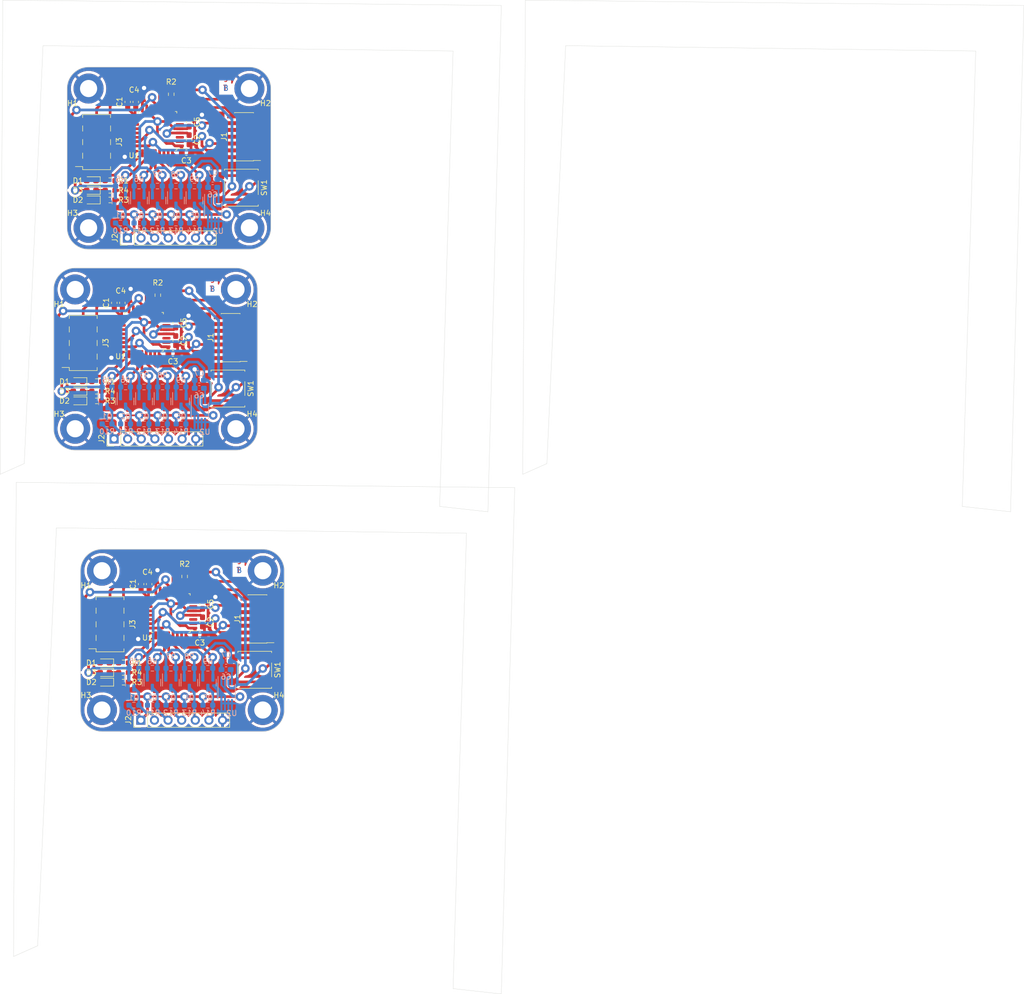
<source format=kicad_pcb>
(kicad_pcb (version 20221018) (generator pcbnew)
  (layers (0 "F.Cu" signal) (31 "B.Cu" signal) (34 "B.Paste" user) (35 "F.Paste" user) (36 "B.SilkS" user "B.Silkscreen") (37 "F.SilkS" user "F.Silkscreen") (38 "B.Mask" user) (39 "F.Mask" user) (44 "Edge.Cuts" user))
  (net 0 "")
  (net 1 "+5V-v3-")
  (net 2 "GND-v3-")
  (net 3 "+3.3V-v3-")
  (net 4 "Net-(D1-K)-v3-")
  (net 6 "Net-(D3-K)-v3-")
  (net 7 "Status_LED-v3-")
  (net 8 "Data_Clock_SNES-v3-")
  (net 9 "Data_Latch_SNES-v3-")
  (net 10 "Net-(D2-K)-v3-")
  (net 11 "Serial_Data1_SNES-v3-")
  (net 12 "Serial_Data2_SNES-v3-")
  (net 13 "SPI_Chip_Select-v3-")
  (net 14 "Chip_Enable-v3-")
  (net 15 "SPI_Digital_Input-v3-")
  (net 16 "SPI_Clock-v3-")
  (net 17 "SPI_Digital_Output-v3-")
  (net 18 "IOBit_SNES-v3-")
  (net 19 "Data_Clock_STM32-v3-")
  (net 20 "Data_Latch_STM32-v3-")
  (net 21 "Appairing_Btn-v3-")
  (net 22 "Net-(U2-BP)-v3-")
  (net 23 "SWDIO-v3-")
  (net 24 "SWDCK-v3-")
  (net 27 "NRST-v3-")
  (net 28 "USART2_RX-v3-")
  (net 29 "USART2_TX-v3-")
  (net 30 "Serial_Data1_STM32-v3-")
  (net 31 "IOBit_STM32-v3-")
  (net 32 "Serial_Data2_STM32-v3-")
  (net 46 "+5V-v4-")
  (net 47 "GND-v4-")
  (net 48 "+3.3V-v4-")
  (net 49 "Net-(D1-K)-v4-")
  (net 51 "Net-(D3-K)-v4-")
  (net 52 "Status_LED-v4-")
  (net 53 "Data_Clock_SNES-v4-")
  (net 54 "Data_Latch_SNES-v4-")
  (net 55 "Net-(D2-K)-v4-")
  (net 56 "Serial_Data1_SNES-v4-")
  (net 57 "Serial_Data2_SNES-v4-")
  (net 58 "SPI_Chip_Select-v4-")
  (net 59 "Chip_Enable-v4-")
  (net 60 "SPI_Digital_Input-v4-")
  (net 61 "SPI_Clock-v4-")
  (net 62 "SPI_Digital_Output-v4-")
  (net 63 "IOBit_SNES-v4-")
  (net 64 "Data_Clock_STM32-v4-")
  (net 65 "Data_Latch_STM32-v4-")
  (net 66 "Appairing_Btn-v4-")
  (net 67 "Net-(U2-BP)-v4-")
  (net 68 "SWDIO-v4-")
  (net 69 "SWDCK-v4-")
  (net 72 "NRST-v4-")
  (net 73 "USART2_RX-v4-")
  (net 74 "USART2_TX-v4-")
  (net 75 "Serial_Data1_STM32-v4-")
  (net 76 "IOBit_STM32-v4-")
  (net 77 "Serial_Data2_STM32-v4-")
  (net 91 "+5V-v5-")
  (net 92 "GND-v5-")
  (net 93 "+3.3V-v5-")
  (net 94 "Net-(D1-K)-v5-")
  (net 96 "Net-(D3-K)-v5-")
  (net 97 "Status_LED-v5-")
  (net 98 "Data_Clock_SNES-v5-")
  (net 99 "Data_Latch_SNES-v5-")
  (net 100 "Net-(D2-K)-v5-")
  (net 101 "Serial_Data1_SNES-v5-")
  (net 102 "Serial_Data2_SNES-v5-")
  (net 103 "SPI_Chip_Select-v5-")
  (net 104 "Chip_Enable-v5-")
  (net 105 "SPI_Digital_Input-v5-")
  (net 106 "SPI_Clock-v5-")
  (net 107 "SPI_Digital_Output-v5-")
  (net 108 "IOBit_SNES-v5-")
  (net 109 "Data_Clock_STM32-v5-")
  (net 110 "Data_Latch_STM32-v5-")
  (net 111 "Appairing_Btn-v5-")
  (net 112 "Net-(U2-BP)-v5-")
  (net 113 "SWDIO-v5-")
  (net 114 "SWDCK-v5-")
  (net 117 "NRST-v5-")
  (net 118 "USART2_RX-v5-")
  (net 119 "USART2_TX-v5-")
  (net 120 "Serial_Data1_STM32-v5-")
  (net 121 "IOBit_STM32-v5-")
  (net 122 "Serial_Data2_STM32-v5-")
  (footprint "Resistor_SMD:R_0603_1608Metric_Pad0.98x0.95mm_HandSolder" (layer "F.Cu") (at 21.76875 36.75)
    (fp_text reference "R4")
    (fp_text value "1k")
  )
  (footprint "Connector_PinSocket_2.54mm:PinSocket_2x04_P2.54mm_Vertical_SMD" (layer "F.Cu") (at 16.75 65.25 180)
    (fp_text reference "J3")
    (fp_text value "Conn_01x08_Socket")
  )
  (footprint "Capacitor_SMD:C_0603_1608Metric_Pad1.08x0.95mm_HandSolder" (layer "F.Cu") (at 36.51 24 90)
    (fp_text reference "C5")
    (fp_text value "100n")
  )
  (footprint "Capacitor_SMD:C_0603_1608Metric_Pad1.08x0.95mm_HandSolder" (layer "F.Cu") (at 39.01 114 90)
    (fp_text reference "C5")
    (fp_text value "100n")
  )
  (footprint "Capacitor_SMD:C_0603_1608Metric_Pad1.08x0.95mm_HandSolder" (layer "F.Cu") (at 34.01 64.8025 90)
    (fp_text reference "C2")
    (fp_text value "100n")
  )
  (footprint "Resistor_SMD:R_0603_1608Metric_Pad0.98x0.95mm_HandSolder" (layer "F.Cu") (at 19.26875 76.05)
    (fp_text reference "R3")
    (fp_text value "1k")
  )
  (footprint "Capacitor_SMD:C_0603_1608Metric_Pad1.08x0.95mm_HandSolder" (layer "F.Cu") (at 38.5025 119.69)
    (fp_text reference "C3")
    (fp_text value "100n")
  )
  (footprint "Capacitor_SMD:C_0603_1608Metric_Pad1.08x0.95mm_HandSolder" (layer "F.Cu") (at 25.05 20.25 90)
    (fp_text reference "C1")
    (fp_text value "10u")
  )
  (footprint "Connector_PinSocket_2.54mm:PinSocket_2x04_P2.54mm_Vertical_SMD" (layer "F.Cu") (at 21.75 117.75 180)
    (fp_text reference "J3")
    (fp_text value "Conn_01x08_Socket")
  )
  (footprint "MountingHole:MountingHole_3.2mm_M3_DIN965_Pad" (layer "F.Cu") (at 17.75 17.75)
    (fp_text reference "H1")
    (fp_text value "MountingHole_Pad")
  )
  (footprint "Connector_PinHeader_1.27mm:PinHeader_2x07_P1.27mm_Vertical_SMD" (layer "F.Cu") (at 49.25 116.75 180)
    (fp_text reference "J1")
    (fp_text value "Conn_02x07_Odd_Even")
  )
  (footprint "Resistor_SMD:R_0603_1608Metric_Pad0.98x0.95mm_HandSolder" (layer "F.Cu") (at 19.26875 74.25)
    (fp_text reference "R4")
    (fp_text value "1k")
  )
  (footprint "Button_Switch_SMD:SW_SPST_B3S-1000" (layer "F.Cu") (at 48.75 126.25 180)
    (fp_text reference "SW1")
    (fp_text value "SW_SPST")
  )
  (footprint "MountingHole:MountingHole_3.2mm_M3_DIN965_Pad" (layer "F.Cu") (at 20.25 133.75)
    (fp_text reference "H3")
    (fp_text value "MountingHole_Pad")
  )
  (footprint "Diode_SMD:D_0603_1608Metric_Pad1.05x0.95mm_HandSolder" (layer "F.Cu") (at 20.76875 128.55 180)
    (fp_text reference "D2")
    (fp_text value "LED_Small")
  )
  (footprint "MountingHole:MountingHole_3.2mm_M3_DIN965_Pad" (layer "F.Cu") (at 20.25 107.75)
    (fp_text reference "H1")
    (fp_text value "MountingHole_Pad")
  )
  (footprint "MountingHole:MountingHole_3.2mm_M3_DIN965_Pad" (layer "F.Cu") (at 15.25 55.25)
    (fp_text reference "H1")
    (fp_text value "MountingHole_Pad")
  )
  (footprint "Capacitor_SMD:C_0603_1608Metric_Pad1.08x0.95mm_HandSolder" (layer "F.Cu") (at 36.51 27.3025 90)
    (fp_text reference "C2")
    (fp_text value "100n")
  )
  (footprint "Connector_PinHeader_2.54mm:PinHeader_1x07_P2.54mm_Vertical" (layer "F.Cu") (at 25 45.65 90)
    (fp_text reference "J2")
    (fp_text value "Conn_01x07_Socket")
  )
  (footprint "MountingHole:MountingHole_3.2mm_M3_DIN965_Pad" (layer "F.Cu") (at 15.25 81.25)
    (fp_text reference "H3")
    (fp_text value "MountingHole_Pad")
  )
  (footprint "Connector_PinHeader_1.27mm:PinHeader_2x07_P1.27mm_Vertical_SMD" (layer "F.Cu") (at 46.75 26.75 180)
    (fp_text reference "J1")
    (fp_text value "Conn_02x07_Odd_Even")
  )
  (footprint "Diode_SMD:D_0603_1608Metric_Pad1.05x0.95mm_HandSolder" (layer "F.Cu") (at 18.26875 34.95 180)
    (fp_text reference "D1")
    (fp_text value "LED_Small")
  )
  (footprint "Package_QFP:LQFP-32_7x7mm_P0.8mm" (layer "F.Cu") (at 28.1 63.15 180)
    (fp_text reference "U1")
    (fp_text value "STM32L412KBTx")
  )
  (footprint "Capacitor_SMD:C_0603_1608Metric_Pad1.08x0.95mm_HandSolder" (layer "F.Cu") (at 22.55 57.75 90)
    (fp_text reference "C1")
    (fp_text value "10u")
  )
  (footprint "Connector_PinSocket_2.54mm:PinSocket_2x04_P2.54mm_Vertical_SMD" (layer "F.Cu") (at 19.25 27.75 180)
    (fp_text reference "J3")
    (fp_text value "Conn_01x08_Socket")
  )
  (footprint "Resistor_SMD:R_0603_1608Metric_Pad0.98x0.95mm_HandSolder" (layer "F.Cu") (at 24.26875 126.75)
    (fp_text reference "R4")
    (fp_text value "1k")
  )
  (footprint "MountingHole:MountingHole_3.2mm_M3_DIN965_Pad" (layer "F.Cu") (at 50.25 133.75)
    (fp_text reference "H4")
    (fp_text value "MountingHole_Pad")
  )
  (footprint "MountingHole:MountingHole_3.2mm_M3_DIN965_Pad" (layer "F.Cu") (at 47.75 17.75)
    (fp_text reference "H2")
    (fp_text value "MountingHole_Pad")
  )
  (footprint "Button_Switch_SMD:SW_SPST_B3S-1000" (layer "F.Cu") (at 46.25 36.25 180)
    (fp_text reference "SW1")
    (fp_text value "SW_SPST")
  )
  (footprint "Diode_SMD:D_0603_1608Metric_Pad1.05x0.95mm_HandSolder" (layer "F.Cu") (at 18.26875 38.55 180)
    (fp_text reference "D2")
    (fp_text value "LED_Small")
  )
  (footprint "Resistor_SMD:R_0603_1608Metric_Pad0.98x0.95mm_HandSolder" (layer "F.Cu") (at 33.17 18.82 90)
    (fp_text reference "R2")
    (fp_text value "10k")
  )
  (footprint "MountingHole:MountingHole_3.2mm_M3_DIN965_Pad" (layer "F.Cu") (at 50.25 107.75)
    (fp_text reference "H2")
    (fp_text value "MountingHole_Pad")
  )
  (footprint "Diode_SMD:D_0603_1608Metric_Pad1.05x0.95mm_HandSolder" (layer "F.Cu") (at 15.76875 72.45 180)
    (fp_text reference "D1")
    (fp_text value "LED_Small")
  )
  (footprint "Capacitor_SMD:C_0603_1608Metric_Pad1.08x0.95mm_HandSolder" (layer "F.Cu") (at 36.0025 29.69)
    (fp_text reference "C3")
    (fp_text value "100n")
  )
  (footprint "MountingHole:MountingHole_3.2mm_M3_DIN965_Pad" (layer "F.Cu") (at 45.25 81.25)
    (fp_text reference "H4")
    (fp_text value "MountingHole_Pad")
  )
  (footprint "Capacitor_SMD:C_0603_1608Metric_Pad1.08x0.95mm_HandSolder" (layer "F.Cu") (at 34.01 61.5 90)
    (fp_text reference "C5")
    (fp_text value "100n")
  )
  (footprint "Diode_SMD:D_0603_1608Metric_Pad1.05x0.95mm_HandSolder" (layer "F.Cu") (at 18.26875 36.75 180)
    (fp_text reference "D3")
    (fp_text value "LED")
  )
  (footprint "MountingHole:MountingHole_3.2mm_M3_DIN965_Pad" (layer "F.Cu") (at 45.25 55.25)
    (fp_text reference "H2")
    (fp_text value "MountingHole_Pad")
  )
  (footprint "Package_QFP:LQFP-32_7x7mm_P0.8mm" (layer "F.Cu") (at 30.6 25.65 180)
    (fp_text reference "U1")
    (fp_text value "STM32L412KBTx")
  )
  (footprint "Package_QFP:LQFP-32_7x7mm_P0.8mm" (layer "F.Cu") (at 33.1 115.65 180)
    (fp_text reference "U1")
    (fp_text value "STM32L412KBTx")
  )
  (footprint "Diode_SMD:D_0603_1608Metric_Pad1.05x0.95mm_HandSolder" (layer "F.Cu") (at 15.76875 76.05 180)
    (fp_text reference "D2")
    (fp_text value "LED_Small")
  )
  (footprint "Connector_PinHeader_2.54mm:PinHeader_1x07_P2.54mm_Vertical" (layer "F.Cu") (at 27.5 135.65 90)
    (fp_text reference "J2")
    (fp_text value "Conn_01x07_Socket")
  )
  (footprint "Resistor_SMD:R_0603_1608Metric_Pad0.98x0.95mm_HandSolder" (layer "F.Cu") (at 24.26875 128.55)
    (fp_text reference "R3")
    (fp_text value "1k")
  )
  (footprint "Capacitor_SMD:C_0603_1608Metric_Pad1.08x0.95mm_HandSolder" (layer "F.Cu") (at 33.5025 67.19)
    (fp_text reference "C3")
    (fp_text value "100n")
  )
  (footprint "Resistor_SMD:R_0603_1608Metric_Pad0.98x0.95mm_HandSolder" (layer "F.Cu") (at 30.67 56.32 90)
    (fp_text reference "R2")
    (fp_text value "10k")
  )
  (footprint "MountingHole:MountingHole_3.2mm_M3_DIN965_Pad" (layer "F.Cu") (at 47.75 43.75)
    (fp_text reference "H4")
    (fp_text value "MountingHole_Pad")
  )
  (footprint "Capacitor_SMD:C_0603_1608Metric_Pad1.08x0.95mm_HandSolder" (layer "F.Cu") (at 24.05 57.75 90)
    (fp_text reference "C4")
    (fp_text value "100n")
  )
  (footprint "Resistor_SMD:R_0603_1608Metric_Pad0.98x0.95mm_HandSolder" (layer "F.Cu") (at 24.26875 124.95)
    (fp_text reference "R1")
    (fp_text value "1k")
  )
  (footprint "Capacitor_SMD:C_0603_1608Metric_Pad1.08x0.95mm_HandSolder" (layer "F.Cu") (at 27.55 110.25 90)
    (fp_text reference "C1")
    (fp_text value "10u")
  )
  (footprint "Resistor_SMD:R_0603_1608Metric_Pad0.98x0.95mm_HandSolder" (layer "F.Cu") (at 19.26875 72.45)
    (fp_text reference "R1")
    (fp_text value "1k")
  )
  (footprint "Capacitor_SMD:C_0603_1608Metric_Pad1.08x0.95mm_HandSolder" (layer "F.Cu") (at 26.55 20.25 90)
    (fp_text reference "C4")
    (fp_text value "100n")
  )
  (footprint "Capacitor_SMD:C_0603_1608Metric_Pad1.08x0.95mm_HandSolder" (layer "F.Cu") (at 39.01 117.3025 90)
    (fp_text reference "C2")
    (fp_text value "100n")
  )
  (footprint "Resistor_SMD:R_0603_1608Metric_Pad0.98x0.95mm_HandSolder" (layer "F.Cu") (at 21.76875 38.55)
    (fp_text reference "R3")
    (fp_text value "1k")
  )
  (footprint "Connector_PinHeader_2.54mm:PinHeader_1x07_P2.54mm_Vertical" (layer "F.Cu") (at 22.5 83.15 90)
    (fp_text reference "J2")
    (fp_text value "Conn_01x07_Socket")
  )
  (footprint "Capacitor_SMD:C_0603_1608Metric_Pad1.08x0.95mm_HandSolder" (layer "F.Cu") (at 29.05 110.25 90)
    (fp_text reference "C4")
    (fp_text value "100n")
  )
  (footprint "Diode_SMD:D_0603_1608Metric_Pad1.05x0.95mm_HandSolder" (layer "F.Cu") (at 20.76875 126.75 180)
    (fp_text reference "D3")
    (fp_text value "LED")
  )
  (footprint "Resistor_SMD:R_0603_1608Metric_Pad0.98x0.95mm_HandSolder" (layer "F.Cu") (at 21.76875 34.95)
    (fp_text reference "R1")
    (fp_text value "1k")
  )
  (footprint "Resistor_SMD:R_0603_1608Metric_Pad0.98x0.95mm_HandSolder" (layer "F.Cu") (at 35.67 108.82 90)
    (fp_text reference "R2")
    (fp_text value "10k")
  )
  (footprint "MountingHole:MountingHole_3.2mm_M3_DIN965_Pad" (layer "F.Cu") (at 17.75 43.75)
    (fp_text reference "H3")
    (fp_text value "MountingHole_Pad")
  )
  (footprint "Diode_SMD:D_0603_1608Metric_Pad1.05x0.95mm_HandSolder" (layer "F.Cu") (at 15.76875 74.25 180)
    (fp_text reference "D3")
    (fp_text value "LED")
  )
  (footprint "Button_Switch_SMD:SW_SPST_B3S-1000" (layer "F.Cu") (at 43.75 73.75 180)
    (fp_text reference "SW1")
    (fp_text value "SW_SPST")
  )
  (footprint "Connector_PinHeader_1.27mm:PinHeader_2x07_P1.27mm_Vertical_SMD" (layer "F.Cu") (at 44.25 64.25 180)
    (fp_text reference "J1")
    (fp_text value "Conn_02x07_Odd_Even")
  )
  (footprint "Diode_SMD:D_0603_1608Metric_Pad1.05x0.95mm_HandSolder" (layer "F.Cu") (at 20.76875 124.95 180)
    (fp_text reference "D1")
    (fp_text value "LED_Small")
  )
  (footprint "Resistor_SMD:R_0603_1608Metric_Pad0.98x0.95mm_HandSolder" (layer "B.Cu") (at 37.5 35.95)
    (fp_text reference "R9")
    (fp_text value "10k")
  )
  (footprint "Package_TO_SOT_SMD:SOT-23" (layer "B.Cu") (at 24.65 76.15 -90)
    (fp_text reference "Q2")
    (fp_text value "2N7002")
  )
  (footprint "Package_TO_SOT_SMD:SOT-23" (layer "B.Cu") (at 31.55 76.15 -90)
    (fp_text reference "Q4")
    (fp_text value "2N7002")
  )
  (footprint "Package_TO_SOT_SMD:SOT-23" (layer "B.Cu") (at 36.55 128.65 -90)
    (fp_text reference "Q4")
    (fp_text value "2N7002")
  )
  (footprint "Package_TO_SOT_SMD:SOT-23" (layer "B.Cu") (at 29.65 128.65 -90)
    (fp_text reference "Q2")
    (fp_text value "2N7002")
  )
  (footprint "Capacitor_SMD:C_0603_1608Metric_Pad1.08x0.95mm_HandSolder" (layer "B.Cu") (at 40.9 34.7 180)
    (fp_text reference "C7")
    (fp_text value "2.2u")
  )
  (footprint "Package_SO:MSOP-8_3x3mm_P0.65mm" (layer "B.Cu") (at 43.5125 130.4 -90)
    (fp_text reference "U2")
    (fp_text value "MIC5219-3.3YMM")
  )
  (footprint "Resistor_SMD:R_0603_1608Metric_Pad0.98x0.95mm_HandSolder" (layer "B.Cu") (at 35 80.35)
    (fp_text reference "R14")
    (fp_text value "10k")
  )
  (footprint "Capacitor_SMD:C_0603_1608Metric_Pad1.08x0.95mm_HandSolder" (layer "B.Cu") (at 40.9 36.2 180)
    (fp_text reference "C6")
    (fp_text value "470p")
  )
  (footprint "Resistor_SMD:R_0603_1608Metric_Pad0.98x0.95mm_HandSolder" (layer "B.Cu") (at 28.1 80.35)
    (fp_text reference "R12")
    (fp_text value "10k")
  )
  (footprint "Package_TO_SOT_SMD:SOT-23" (layer "B.Cu") (at 26.2 128.65 -90)
    (fp_text reference "Q1")
    (fp_text value "2N7002")
  )
  (footprint "Resistor_SMD:R_0603_1608Metric_Pad0.98x0.95mm_HandSolder" (layer "B.Cu") (at 24.65 73.45)
    (fp_text reference "R6")
    (fp_text value "10k")
  )
  (footprint "Resistor_SMD:R_0603_1608Metric_Pad0.98x0.95mm_HandSolder" (layer "B.Cu") (at 40 132.85)
    (fp_text reference "R14")
    (fp_text value "10k")
  )
  (footprint "Resistor_SMD:R_0603_1608Metric_Pad0.98x0.95mm_HandSolder" (layer "B.Cu") (at 23.7 42.85)
    (fp_text reference "R10")
    (fp_text value "10k")
  )
  (footprint "Package_TO_SOT_SMD:SOT-23" (layer "B.Cu") (at 35 76.15 -90)
    (fp_text reference "Q5")
    (fp_text value "2N7002")
  )
  (footprint "Resistor_SMD:R_0603_1608Metric_Pad0.98x0.95mm_HandSolder" (layer "B.Cu") (at 24.65 80.35)
    (fp_text reference "R11")
    (fp_text value "10k")
  )
  (footprint "Package_TO_SOT_SMD:SOT-23" (layer "B.Cu") (at 28.1 76.15 -90)
    (fp_text reference "Q3")
    (fp_text value "2N7002")
  )
  (footprint "Resistor_SMD:R_0603_1608Metric_Pad0.98x0.95mm_HandSolder" (layer "B.Cu") (at 26.2 132.85)
    (fp_text reference "R10")
    (fp_text value "10k")
  )
  (footprint "Resistor_SMD:R_0603_1608Metric_Pad0.98x0.95mm_HandSolder" (layer "B.Cu") (at 36.55 132.85)
    (fp_text reference "R13")
    (fp_text value "10k")
  )
  (footprint "Package_TO_SOT_SMD:SOT-23" (layer "B.Cu") (at 27.15 38.65 -90)
    (fp_text reference "Q2")
    (fp_text value "2N7002")
  )
  (footprint "Resistor_SMD:R_0603_1608Metric_Pad0.98x0.95mm_HandSolder" (layer "B.Cu") (at 34.05 35.95)
    (fp_text reference "R8")
    (fp_text value "10k")
  )
  (footprint "Resistor_SMD:R_0603_1608Metric_Pad0.98x0.95mm_HandSolder" (layer "B.Cu") (at 23.7 35.95)
    (fp_text reference "R5")
    (fp_text value "10k")
  )
  (footprint "Capacitor_SMD:C_0603_1608Metric_Pad1.08x0.95mm_HandSolder" (layer "B.Cu") (at 43.4 126.2 180)
    (fp_text reference "C6")
    (fp_text value "470p")
  )
  (footprint "Resistor_SMD:R_0603_1608Metric_Pad0.98x0.95mm_HandSolder" (layer "B.Cu") (at 21.2 80.35)
    (fp_text reference "R10")
    (fp_text value "10k")
  )
  (footprint "Capacitor_SMD:C_0603_1608Metric_Pad1.08x0.95mm_HandSolder" (layer "B.Cu") (at 38.4 72.2 180)
    (fp_text reference "C7")
    (fp_text value "2.2u")
  )
  (footprint "Resistor_SMD:R_0603_1608Metric_Pad0.98x0.95mm_HandSolder" (layer "B.Cu") (at 26.2 125.95)
    (fp_text reference "R5")
    (fp_text value "10k")
  )
  (footprint "Package_TO_SOT_SMD:SOT-23" (layer "B.Cu") (at 23.7 38.65 -90)
    (fp_text reference "Q1")
    (fp_text value "2N7002")
  )
  (footprint "Resistor_SMD:R_0603_1608Metric_Pad0.98x0.95mm_HandSolder" (layer "B.Cu") (at 34.05 42.85)
    (fp_text reference "R13")
    (fp_text value "10k")
  )
  (footprint "Resistor_SMD:R_0603_1608Metric_Pad0.98x0.95mm_HandSolder" (layer "B.Cu") (at 31.55 73.45)
    (fp_text reference "R8")
    (fp_text value "10k")
  )
  (footprint "Resistor_SMD:R_0603_1608Metric_Pad0.98x0.95mm_HandSolder" (layer "B.Cu") (at 31.55 80.35)
    (fp_text reference "R13")
    (fp_text value "10k")
  )
  (footprint "Package_SO:MSOP-8_3x3mm_P0.65mm" (layer "B.Cu") (at 41.0125 40.4 -90)
    (fp_text reference "U2")
    (fp_text value "MIC5219-3.3YMM")
  )
  (footprint "Resistor_SMD:R_0603_1608Metric_Pad0.98x0.95mm_HandSolder" (layer "B.Cu") (at 29.65 125.95)
    (fp_text reference "R6")
    (fp_text value "10k")
  )
  (footprint "Resistor_SMD:R_0603_1608Metric_Pad0.98x0.95mm_HandSolder" (layer "B.Cu") (at 37.5 42.85)
    (fp_text reference "R14")
    (fp_text value "10k")
  )
  (footprint "Resistor_SMD:R_0603_1608Metric_Pad0.98x0.95mm_HandSolder" (layer "B.Cu") (at 29.65 132.85)
    (fp_text reference "R11")
    (fp_text value "10k")
  )
  (footprint "Resistor_SMD:R_0603_1608Metric_Pad0.98x0.95mm_HandSolder" (layer "B.Cu") (at 36.55 125.95)
    (fp_text reference "R8")
    (fp_text value "10k")
  )
  (footprint "Package_TO_SOT_SMD:SOT-23" (layer "B.Cu") (at 30.6 38.65 -90)
    (fp_text reference "Q3")
    (fp_text value "2N7002")
  )
  (footprint "Resistor_SMD:R_0603_1608Metric_Pad0.98x0.95mm_HandSolder" (layer "B.Cu") (at 40 125.95)
    (fp_text reference "R9")
    (fp_text value "10k")
  )
  (footprint "Resistor_SMD:R_0603_1608Metric_Pad0.98x0.95mm_HandSolder" (layer "B.Cu") (at 27.15 42.85)
    (fp_text reference "R11")
    (fp_text value "10k")
  )
  (footprint "Resistor_SMD:R_0603_1608Metric_Pad0.98x0.95mm_HandSolder" (layer "B.Cu") (at 30.6 42.85)
    (fp_text reference "R12")
    (fp_text value "10k")
  )
  (footprint "Package_TO_SOT_SMD:SOT-23" (layer "B.Cu") (at 21.2 76.15 -90)
    (fp_text reference "Q1")
    (fp_text value "2N7002")
  )
  (footprint "Package_SO:MSOP-8_3x3mm_P0.65mm" (layer "B.Cu") (at 38.5125 77.9 -90)
    (fp_text reference "U2")
    (fp_text value "MIC5219-3.3YMM")
  )
  (footprint "Package_TO_SOT_SMD:SOT-23" (layer "B.Cu") (at 37.5 38.65 -90)
    (fp_text reference "Q5")
    (fp_text value "2N7002")
  )
  (footprint "Resistor_SMD:R_0603_1608Metric_Pad0.98x0.95mm_HandSolder" (layer "B.Cu") (at 28.1 73.45)
    (fp_text reference "R7")
    (fp_text value "10k")
  )
  (footprint "Resistor_SMD:R_0603_1608Metric_Pad0.98x0.95mm_HandSolder" (layer "B.Cu") (at 30.6 35.95)
    (fp_text reference "R7")
    (fp_text value "10k")
  )
  (footprint "Package_TO_SOT_SMD:SOT-23" (layer "B.Cu") (at 34.05 38.65 -90)
    (fp_text reference "Q4")
    (fp_text value "2N7002")
  )
  (footprint "Capacitor_SMD:C_0603_1608Metric_Pad1.08x0.95mm_HandSolder" (layer "B.Cu") (at 38.4 73.7 180)
    (fp_text reference "C6")
    (fp_text value "470p")
  )
  (footprint "Resistor_SMD:R_0603_1608Metric_Pad0.98x0.95mm_HandSolder" (layer "B.Cu") (at 33.1 132.85)
    (fp_text reference "R12")
    (fp_text value "10k")
  )
  (footprint "Package_TO_SOT_SMD:SOT-23" (layer "B.Cu") (at 40 128.65 -90)
    (fp_text reference "Q5")
    (fp_text value "2N7002")
  )
  (footprint "Resistor_SMD:R_0603_1608Metric_Pad0.98x0.95mm_HandSolder" (layer "B.Cu") (at 27.15 35.95)
    (fp_text reference "R6")
    (fp_text value "10k")
  )
  (footprint "Resistor_SMD:R_0603_1608Metric_Pad0.98x0.95mm_HandSolder" (layer "B.Cu") (at 33.1 125.95)
    (fp_text reference "R7")
    (fp_text value "10k")
  )
  (footprint "Capacitor_SMD:C_0603_1608Metric_Pad1.08x0.95mm_HandSolder" (layer "B.Cu") (at 43.4 124.7 180)
    (fp_text reference "C7")
    (fp_text value "2.2u")
  )
  (footprint "Resistor_SMD:R_0603_1608Metric_Pad0.98x0.95mm_HandSolder" (layer "B.Cu") (at 21.2 73.45)
    (fp_text reference "R5")
    (fp_text value "10k")
  )
  (footprint "Package_TO_SOT_SMD:SOT-23" (layer "B.Cu") (at 33.1 128.65 -90)
    (fp_text reference "Q3")
    (fp_text value "2N7002")
  )
  (footprint "Resistor_SMD:R_0603_1608Metric_Pad0.98x0.95mm_HandSolder" (layer "B.Cu") (at 35 73.45)
    (fp_text reference "R9")
    (fp_text value "10k")
  )
  (gr_line (start 45.25 85.25) (end 15.25 85.25) (stroke (width 0.1)) (layer "Edge.Cuts"))
  (gr_line (start 11.74998 99.749928) (end 8.24998 177.749928) (stroke (width 0.05)) (layer "Edge.Cuts"))
  (gr_line (start 47.75 47.75) (end 17.75 47.75) (stroke (width 0.1)) (layer "Edge.Cuts"))
  (gr_line (start 20.25 103.75) (end 50.25 103.75) (stroke (width 0.1)) (layer "Edge.Cuts"))
  (gr_line (start 4.24998 91.249928) (end 97.24998 92.249928) (stroke (width 0.05)) (layer "Edge.Cuts"))
  (gr_line (start 3.74998 179.749928) (end 4.24998 91.249928) (stroke (width 0.05)) (layer "Edge.Cuts"))
  (gr_arc (start 11.25 55.25) (mid 12.421573 52.421573) (end 15.25 51.25) (stroke (width 0.1)) (layer "Edge.Cuts"))
  (gr_line (start 15.25 51.25) (end 45.25 51.25) (stroke (width 0.1)) (layer "Edge.Cuts"))
  (gr_line (start 106.74998 9.749928) (end 103.24998 87.749928) (stroke (width 0.05)) (layer "Edge.Cuts"))
  (gr_line (start 183.24998 10.749928) (end 106.74998 9.749928) (stroke (width 0.05)) (layer "Edge.Cuts"))
  (gr_arc (start 13.75 17.75) (mid 14.921573 14.921573) (end 17.75 13.75) (stroke (width 0.1)) (layer "Edge.Cuts"))
  (gr_line (start 1.74998 1.249928) (end 94.74998 2.249928) (stroke (width 0.05)) (layer "Edge.Cuts"))
  (gr_line (start 85.74998 185.749928) (end 88.24998 100.749928) (stroke (width 0.05)) (layer "Edge.Cuts"))
  (gr_line (start 94.74998 2.249928) (end 92.24998 96.749928) (stroke (width 0.05)) (layer "Edge.Cuts"))
  (gr_line (start 97.24998 92.249928) (end 94.74998 186.749928) (stroke (width 0.05)) (layer "Edge.Cuts"))
  (gr_arc (start 45.25 51.25) (mid 48.078427 52.421573) (end 49.25 55.25) (stroke (width 0.1)) (layer "Edge.Cuts"))
  (gr_line (start 13.75 43.75) (end 13.75 17.75) (stroke (width 0.1)) (layer "Edge.Cuts"))
  (gr_line (start 94.74998 186.749928) (end 85.74998 185.749928) (stroke (width 0.05)) (layer "Edge.Cuts"))
  (gr_line (start 103.24998 87.749928) (end 98.74998 89.749928) (stroke (width 0.05)) (layer "Edge.Cuts"))
  (gr_line (start 8.24998 177.749928) (end 3.74998 179.749928) (stroke (width 0.05)) (layer "Edge.Cuts"))
  (gr_line (start 16.25 133.75) (end 16.25 107.75) (stroke (width 0.1)) (layer "Edge.Cuts"))
  (gr_line (start 88.24998 100.749928) (end 11.74998 99.749928) (stroke (width 0.05)) (layer "Edge.Cuts"))
  (gr_line (start 192.24998 2.249928) (end 189.74998 96.749928) (stroke (width 0.05)) (layer "Edge.Cuts"))
  (gr_arc (start 50.25 103.75) (mid 53.078427 104.921573) (end 54.25 107.75) (stroke (width 0.1)) (layer "Edge.Cuts"))
  (gr_line (start 1.24998 89.749928) (end 1.74998 1.249928) (stroke (width 0.05)) (layer "Edge.Cuts"))
  (gr_line (start 83.24998 95.749928) (end 85.74998 10.749928) (stroke (width 0.05)) (layer "Edge.Cuts"))
  (gr_line (start 92.24998 96.749928) (end 83.24998 95.749928) (stroke (width 0.05)) (layer "Edge.Cuts"))
  (gr_arc (start 54.25 133.75) (mid 53.078427 136.578427) (end 50.25 137.75) (stroke (width 0.1)) (layer "Edge.Cuts"))
  (gr_line (start 11.25 81.25) (end 11.25 55.25) (stroke (width 0.1)) (layer "Edge.Cuts"))
  (gr_line (start 99.24998 1.249928) (end 192.24998 2.249928) (stroke (width 0.05)) (layer "Edge.Cuts"))
  (gr_arc (start 20.25 137.75) (mid 17.421573 136.578427) (end 16.25 133.75) (stroke (width 0.1)) (layer "Edge.Cuts"))
  (gr_line (start 54.25 107.75) (end 54.25 133.75) (stroke (width 0.1)) (layer "Edge.Cuts"))
  (gr_line (start 50.25 137.75) (end 20.25 137.75) (stroke (width 0.1)) (layer "Edge.Cuts"))
  (gr_line (start 5.74998 87.749928) (end 1.24998 89.749928) (stroke (width 0.05)) (layer "Edge.Cuts"))
  (gr_line (start 85.74998 10.749928) (end 9.24998 9.749928) (stroke (width 0.05)) (layer "Edge.Cuts"))
  (gr_arc (start 17.75 47.75) (mid 14.921573 46.578427) (end 13.75 43.75) (stroke (width 0.1)) (layer "Edge.Cuts"))
  (gr_arc (start 51.75 43.75) (mid 50.578427 46.578427) (end 47.75 47.75) (stroke (width 0.1)) (layer "Edge.Cuts"))
  (gr_line (start 98.74998 89.749928) (end 99.24998 1.249928) (stroke (width 0.05)) (layer "Edge.Cuts"))
  (gr_line (start 9.24998 9.749928) (end 5.74998 87.749928) (stroke (width 0.05)) (layer "Edge.Cuts"))
  (gr_arc (start 16.25 107.75) (mid 17.421573 104.921573) (end 20.25 103.75) (stroke (width 0.1)) (layer "Edge.Cuts"))
  (gr_line (start 49.25 55.25) (end 49.25 81.25) (stroke (width 0.1)) (layer "Edge.Cuts"))
  (gr_line (start 180.74998 95.749928) (end 183.24998 10.749928) (stroke (width 0.05)) (layer "Edge.Cuts"))
  (gr_arc (start 47.75 13.75) (mid 50.578427 14.921573) (end 51.75 17.75) (stroke (width 0.1)) (layer "Edge.Cuts"))
  (gr_arc (start 49.25 81.25) (mid 48.078427 84.078427) (end 45.25 85.25) (stroke (width 0.1)) (layer "Edge.Cuts"))
  (gr_arc (start 15.25 85.25) (mid 12.421573 84.078427) (end 11.25 81.25) (stroke (width 0.1)) (layer "Edge.Cuts"))
  (gr_line (start 189.74998 96.749928) (end 180.74998 95.749928) (stroke (width 0.05)) (layer "Edge.Cuts"))
  (gr_line (start 51.75 17.75) (end 51.75 43.75) (stroke (width 0.1)) (layer "Edge.Cuts"))
  (gr_line (start 17.75 13.75) (end 47.75 13.75) (stroke (width 0.1)) (layer "Edge.Cuts"))
  (gr_text "SNES Plug" (at 35.75 16.25) (layer "F.Cu") (effects (font (size 1 1)) (justify left bottom)))
  (gr_text "T" (at 42.75 18.25) (layer "F.Cu") (effects (font (size 1 1)) (justify left bottom)))
  (gr_text "SNES Plug" (at 38.25 106.25) (layer "F.Cu") (effects (font (size 1 1)) (justify left bottom)))
  (gr_text "T" (at 45.25 108.25) (layer "F.Cu") (effects (font (size 1 1)) (justify left bottom)))
  (gr_text "SNES Plug" (at 33.25 53.75) (layer "F.Cu") (effects (font (size 1 1)) (justify left bottom)))
  (gr_text "T" (at 40.25 55.75) (layer "F.Cu") (effects (font (size 1 1)) (justify left bottom)))
  (gr_text "B" (at 42.75 18.25) (layer "B.Cu") (effects (font (size 1 1)) (justify left bottom)))
  (gr_text "B" (at 40.25 55.75) (layer "B.Cu") (effects (font (size 1 1)) (justify left bottom)))
  (gr_text "B" (at 45.25 108.25) (layer "B.Cu") (effects (font (size 1 1)) (justify left bottom)))
  (segment (start 26.2375 41.25) (end 29.6875 41.25) (width 0.3) (layer "F.Cu") (net 1))
  (segment (start 26.2375 44.4125) (end 25 45.65) (width 0.5) (layer "F.Cu") (net 1))
  (segment (start 33.1375 41.25) (end 29.6875 41.25) (width 0.5) (layer "F.Cu") (net 1))
  (segment (start 20.25 40) (end 21.5 41.25) (width 0.5) (layer "F.Cu") (net 1))
  (segment (start 18.809189 40) (end 20.25 40) (width 0.5) (layer "F.Cu") (net 1))
  (segment (start 17.39375 38.584561) (end 18.809189 40) (width 0.5) (layer "F.Cu") (net 1))
  (segment (start 17.39375 38.55) (end 17.39375 38.584561) (width 0.5) (layer "F.Cu") (net 1))
  (segment (start 21.5 41.25) (end 26.2375 41.25) (width 0.5) (layer "F.Cu") (net 1))
  (segment (start 33.1375 41.25) (end 36.5875 41.25) (width 0.5) (layer "F.Cu") (net 1))
  (segment (start 36.5875 41.25) (end 43.5 41.25) (width 0.5) (layer "F.Cu") (net 1))
  (segment (start 26.2375 41.25) (end 26.2375 44.4125) (width 0.5) (layer "F.Cu") (net 1))
  (via (at 43.5 41.25) (size 1.6) (drill 0.8) (layers "F.Cu" "B.Cu") (net 1))
  (via (at 36.5875 41.25) (size 1.6) (drill 0.8) (layers "F.Cu" "B.Cu") (net 1))
  (via (at 26.2375 41.25) (size 1.6) (drill 0.8) (layers "F.Cu" "B.Cu") (net 1))
  (via (at 29.6875 41.25) (size 1.6) (drill 0.8) (layers "F.Cu" "B.Cu") (net 1))
  (via (at 33.1375 41.25) (size 1.6) (drill 0.8) (layers "F.Cu" "B.Cu") (net 1))
  (segment (start 40.0375 39.080761) (end 40.6875 39.730761) (width 0.3) (layer "B.Cu") (net 1))
  (segment (start 43.5 41.25) (end 43.4 41.15) (width 0.5) (layer "B.Cu") (net 1))
  (segment (start 36.5875 41.25) (end 36.5875 42.85) (width 0.5) (layer "B.Cu") (net 1))
  (segment (start 33.1375 41.25) (end 33.1375 42.85) (width 0.5) (layer "B.Cu") (net 1))
  (segment (start 25 45.0625) (end 22.7875 42.85) (width 0.5) (layer "B.Cu") (net 1))
  (segment (start 26.2375 42.85) (end 26.2375 41.25) (width 0.5) (layer "B.Cu") (net 1))
  (segment (start 42.106739 41.15) (end 40.6875 39.730761) (width 0.5) (layer "B.Cu") (net 1))
  (segment (start 40.0375 38.2875) (end 40.0375 39.080761) (width 0.3) (layer "B.Cu") (net 1))
  (segment (start 25 45.65) (end 25 45.0625) (width 0.5) (layer "B.Cu") (net 1))
  (segment (start 43.4 41.15) (end 42.106739 41.15) (width 0.5) (layer "B.Cu") (net 1))
  (segment (start 29.6875 41.25) (end 29.6875 42.85) (width 0.5) (layer "B.Cu") (net 1))
  (segment (start 40.6875 38.2875) (end 40.6875 39.730761) (width 0.3) (layer "B.Cu") (net 1))
  (segment (start 38.411689 23.1375) (end 36.51 23.1375) (width 0.5) (layer "F.Cu") (net 2))
  (segment (start 38.899189 22.65) (end 38.411689 23.1375) (width 0.5) (layer "F.Cu") (net 2))
  (segment (start 36.51 28.165) (end 36.51 28.091193) (width 0.5) (layer "F.Cu") (net 2))
  (segment (start 26.55 19.3875) (end 26.55 19.2) (width 0.5) (layer "F.Cu") (net 2))
  (segment (start 33.4 29.825) (end 34.29 30.715) (width 0.5) (layer "F.Cu") (net 2))
  (segment (start 28.1 17.65) (end 27.8 17.95) (width 0.5) (layer "F.Cu") (net 2))
  (segment (start 35.84 30.715) (end 36.865 29.69) (width 0.5) (layer "F.Cu") (net 2))
  (segment (start 37.535 27.066193) (end 37.535 24.1625) (width 0.5) (layer "F.Cu") (net 2))
  (segment (start 36.865 28.52) (end 36.51 28.165) (width 0.5) (layer "F.Cu") (net 2))
  (segment (start 25.05 19.3875) (end 26.55 19.3875) (width 0.5) (layer "F.Cu") (net 2))
  (segment (start 37.535 24.1625) (end 36.51 23.1375) (width 0.5) (layer "F.Cu") (net 2))
  (segment (start 24.5 30.5) (end 23.44 31.56) (width 0.5) (layer "F.Cu") (net 2))
  (segment (start 27.8 17.95) (end 27.8 21.475) (width 0.5) (layer "F.Cu") (net 2))
  (segment (start 23.44 31.56) (end 21.77 31.56) (width 0.5) (layer "F.Cu") (net 2))
  (segment (start 26.55 19.2) (end 28.1 17.65) (width 0.5) (layer "F.Cu") (net 2))
  (segment (start 36.865 29.69) (end 36.865 28.52) (width 0.5) (layer "F.Cu") (net 2))
  (segment (start 36.51 28.091193) (end 37.535 27.066193) (width 0.5) (layer "F.Cu") (net 2))
  (segment (start 34.29 30.715) (end 35.84 30.715) (width 0.5) (layer "F.Cu") (net 2))
  (via (at 28.1 17.65) (size 1.6) (drill 0.8) (layers "F.Cu" "B.Cu") (net 2))
  (via (at 40.0375 32.65) (size 1.6) (drill 0.8) (layers "F.Cu" "B.Cu") (net 2))
  (via (at 24.5 30.5) (size 1.6) (drill 0.8) (layers "F.Cu" "B.Cu") (net 2))
  (via (at 38.899189 22.65) (size 1.6) (drill 0.8) (layers "F.Cu" "B.Cu") (net 2))
  (segment (start 31.15 17.65) (end 28.1 17.65) (width 0.5) (layer "B.Cu") (net 2))
  (segment (start 40.0375 34.7) (end 40.0375 32.65) (width 0.5) (layer "B.Cu") (net 2))
  (segment (start 36.15 22.65) (end 31.15 17.65) (width 0.5) (layer "B.Cu") (net 2))
  (segment (start 38.899189 22.65) (end 36.15 22.65) (width 0.5) (layer "B.Cu") (net 2))
  (segment (start 40.0375 32.6875) (end 40 32.65) (width 0.5) (layer "B.Cu") (net 2))
  (segment (start 40.0375 34.7) (end 40.0375 36.2) (width 0.5) (layer "B.Cu") (net 2))
  (segment (start 29.55 22.85) (end 26.425 22.85) (width 0.5) (layer "F.Cu") (net 3))
  (segment (start 50.225 34) (end 50.75 33.475) (width 0.5) (layer "F.Cu") (net 3))
  (segment (start 26.425 22.85) (end 26.425 21.2375) (width 0.5) (layer "F.Cu") (net 3))
  (segment (start 34.775 25.25) (end 33.75 25.25) (width 0.5) (layer "F.Cu") (net 3))
  (segment (start 50.4 29.29) (end 50.75 29.64) (width 0.5) (layer "F.Cu") (net 3))
  (segment (start 30.6 26.309189) (end 30.6 23.9) (width 0.5) (layer "F.Cu") (net 3))
  (segment (start 25.05 21.475) (end 26.425 22.85) (width 0.5) (layer "F.Cu") (net 3))
  (segment (start 25.05 21.1125) (end 25.05 21.475) (width 0.5) (layer "F.Cu") (net 3))
  (segment (start 50.75 33.475) (end 50.75 29.64) (width 0.5) (layer "F.Cu") (net 3))
  (segment (start 30.6 23.9) (end 29.55 22.85) (width 0.5) (layer "F.Cu") (net 3))
  (segment (start 42.275 34) (end 50.225 34) (width 0.5) (layer "F.Cu") (net 3))
  (segment (start 15.25 36.75) (end 15.25 33.04) (width 0.5) (layer "F.Cu") (net 3))
  (segment (start 33.75 25.25) (end 32.4 23.9) (width 0.5) (layer "F.Cu") (net 3))
  (segment (start 26.425 21.2375) (end 26.55 21.1125) (width 0.5) (layer "F.Cu") (net 3))
  (segment (start 33.420406 28) (end 32.290811 28) (width 0.5) (layer "F.Cu") (net 3))
  (segment (start 32.4 23.9) (end 30.6 23.9) (width 0.5) (layer "F.Cu") (net 3))
  (segment (start 48.225 36) (end 50.225 34) (width 0.5) (layer "F.Cu") (net 3))
  (segment (start 48.7 29.29) (end 50.4 29.29) (width 0.5) (layer "F.Cu") (net 3))
  (segment (start 15.25 33.04) (end 16.73 31.56) (width 0.5) (layer "F.Cu") (net 3))
  (segment (start 36.51 24.8625) (end 36.1225 25.25) (width 0.5) (layer "F.Cu") (net 3))
  (segment (start 47.75 36) (end 48.225 36) (width 0.5) (layer "F.Cu") (net 3))
  (segment (start 35.14 29.69) (end 35.14 28.815) (width 0.5) (layer "F.Cu") (net 3))
  (segment (start 34.775 28.45) (end 33.870406 28.45) (width 0.5) (layer "F.Cu") (net 3))
  (segment (start 35.14 28.815) (end 34.775 28.45) (width 0.5) (layer "F.Cu") (net 3))
  (segment (start 17.39375 36.75) (end 15.25 36.75) (width 0.5) (layer "F.Cu") (net 3))
  (segment (start 33.870406 28.45) (end 33.420406 28) (width 0.5) (layer "F.Cu") (net 3))
  (segment (start 36.1225 25.25) (end 34.775 25.25) (width 0.5) (layer "F.Cu") (net 3))
  (segment (start 32.290811 28) (end 30.6 26.309189) (width 0.5) (layer "F.Cu") (net 3))
  (via (at 47.75 36) (size 1.6) (drill 0.8) (layers "F.Cu" "B.Cu") (net 3))
  (via (at 15.25 36.75) (size 1.6) (drill 0.8) (layers "F.Cu" "B.Cu") (net 3))
  (via (at 30.6 23.9) (size 1.6) (drill 0.8) (layers "F.Cu" "B.Cu") (net 3))
  (segment (start 26.2 35.9875) (end 26.2375 35.95) (width 0.5) (layer "B.Cu") (net 3))
  (segment (start 36.5875 35.95) (end 36.5875 33.615811) (width 0.5) (layer "B.Cu") (net 3))
  (segment (start 43 35.25) (end 42.45 34.7) (width 0.5) (layer "B.Cu") (net 3))
  (segment (start 25.171689 32.55) (end 26.2375 33.615811) (width 0.5) (layer "B.Cu") (net 3))
  (segment (start 44.743261 39.006739) (end 43 39.006739) (width 0.5) (layer "B.Cu") (net 3))
  (segment (start 36.55 37.7125) (end 36.55 35.9875) (width 0.5) (layer "B.Cu") (net 3))
  (segment (start 41.3375 38.2875) (end 41.3375 39.227817) (width 0.3) (layer "B.Cu") (net 3))
  (segment (start 16.05 35.95) (end 22.7875 35.95) (width 0.5) (layer "B.Cu") (net 3))
  (segment (start 22.7875 35.95) (end 22.7875 33.815811) (width 0.5) (layer "B.Cu") (net 3))
  (segment (start 29.6875 33.615811) (end 28.621689 32.55) (width 0.5) (layer "B.Cu") (net 3))
  (segment (start 40.596689 31.3) (end 38.903311 31.3) (width 0.5) (layer "B.Cu") (net 3))
  (segment (start 26.2 37.7125) (end 26.2 35.9875) (width 0.5) (layer "B.Cu") (net 3))
  (segment (start 33.1375 33.615811) (end 33.1375 35.95) (width 0.5) (layer "B.Cu") (net 3))
  (segment (start 32.071689 32.55) (end 33.1375 33.615811) (width 0.5) (layer "B.Cu") (net 3))
  (segment (start 27.303311 32.55) (end 26.2375 33.615811) (width 0.5) (layer "B.Cu") (net 3))
  (segment (start 29.65 37.7125) (end 29.65 35.9875) (width 0.5) (layer "B.Cu") (net 3))
  (segment (start 29.6875 33.615811) (end 30.753311 32.55) (width 0.5) (layer "B.Cu") (net 3))
  (segment (start 33.1 37.7125) (end 33.1 35.9875) (width 0.5) (layer "B.Cu") (net 3))
  (segment (start 43 39.006739) (end 43 35.25) (width 0.5) (layer "B.Cu") (net 3))
  (segment (start 36.55 35.9875) (end 36.5875 35.95) (width 0.5) (layer "B.Cu") (net 3))
  (segment (start 26.2375 33.615811) (end 26.2375 35.95) (width 0.5) (layer "B.Cu") (net 3))
  (segment (start 29.65 35.9875) (end 29.6875 35.95) (width 0.5) (layer "B.Cu") (net 3))
  (segment (start 30.6 23.9) (end 28.35 23.9) (width 0.5) (layer "B.Cu") (net 3))
  (segment (start 34.203311 32.55) (end 33.1375 33.615811) (width 0.5) (layer "B.Cu") (net 3))
  (segment (start 22.7875 33.815811) (end 24.053311 32.55) (width 0.5) (layer "B.Cu") (net 3))
  (segment (start 15.25 36.75) (end 16.05 35.95) (width 0.5) (layer "B.Cu") (net 3))
  (segment (start 22.75 35.9875) (end 22.7875 35.95) (width 0.5) (layer "B.Cu") (net 3))
  (segment (start 29.6875 35.95) (end 29.6875 33.615811) (width 0.5) (layer "B.Cu") (net 3))
  (segment (start 30.753311 32.55) (end 32.071689 32.55) (width 0.5) (layer "B.Cu") (net 3))
  (segment (start 41.7625 34.7) (end 41.7625 32.465811) (width 0.5) (layer "B.Cu") (net 3))
  (segment (start 33.1 35.9875) (end 33.1375 35.95) (width 0.5) (layer "B.Cu") (net 3))
  (segment (start 36.5875 33.615811) (end 35.521689 32.55) (width 0.5) (layer "B.Cu") (net 3))
  (segment (start 22.75 37.7125) (end 22.75 35.9875) (width 0.5) (layer "B.Cu") (net 3))
  (segment (start 35.521689 32.55) (end 34.203311 32.55) (width 0.5) (layer "B.Cu") (net 3))
  (segment (start 28.35 23.9) (end 27.303311 24.946689) (width 0.5) (layer "B.Cu") (net 3))
  (segment (start 44.743261 39.006739) (end 47.75 36) (width 0.5) (layer "B.Cu") (net 3))
  (segment (start 38.903311 31.3) (end 36.5875 33.615811) (width 0.5) (layer "B.Cu") (net 3))
  (segment (start 24.053311 32.55) (end 25.171689 32.55) (width 0.5) (layer "B.Cu") (net 3))
  (segment (start 42.45 34.7) (end 41.7625 34.7) (width 0.5) (layer "B.Cu") (net 3))
  (segment (start 41.3375 39.227817) (end 41.759683 39.65) (width 0.3) (layer "B.Cu") (net 3))
  (segment (start 28.621689 32.55) (end 27.303311 32.55) (width 0.5) (layer "B.Cu") (net 3))
  (segment (start 43 39.006739) (end 42.356739 39.65) (width 0.5) (layer "B.Cu") (net 3))
  (segment (start 42.356739 39.65) (end 41.759683 39.65) (width 0.5) (layer "B.Cu") (net 3))
  (segment (start 41.7625 32.465811) (end 40.596689 31.3) (width 0.5) (layer "B.Cu") (net 3))
  (segment (start 27.303311 24.946689) (end 27.303311 32.55) (width 0.5) (layer "B.Cu") (net 3))
  (segment (start 20.85625 34.95) (end 19.14375 34.95) (width 0.5) (layer "F.Cu") (net 4))
  (segment (start 20.85625 36.75) (end 19.14375 36.75) (width 0.5) (layer "F.Cu") (net 6))
  (segment (start 22.575 33.925) (end 24 32.5) (width 0.5) (layer "F.Cu") (net 7))
  (segment (start 24 32.5) (end 25.125 32.5) (width 0.5) (layer "F.Cu") (net 7))
  (segment (start 18.41875 33.925) (end 22.575 33.925) (width 0.5) (layer "F.Cu") (net 7))
  (segment (start 25.125 32.5) (end 27.8 29.825) (width 0.5) (layer "F.Cu") (net 7))
  (segment (start 17.39375 34.95) (end 18.41875 33.925) (width 0.5) (layer "F.Cu") (net 7))
  (segment (start 27.54 45.04) (end 26.75 44.25) (width 0.5) (layer "B.Cu") (net 8))
  (segment (start 26.75 44.25) (end 26.0125 44.25) (width 0.5) (layer "B.Cu") (net 8))
  (segment (start 24.6125 42.85) (end 24.6125 40.5) (width 0.5) (layer "B.Cu") (net 8))
  (segment (start 26.0125 44.25) (end 24.6125 42.85) (width 0.5) (layer "B.Cu") (net 8))
  (segment (start 24.6125 40.5) (end 23.7 39.5875) (width 0.5) (layer "B.Cu") (net 8))
  (segment (start 27.54 45.65) (end 27.54 45.04) (width 0.5) (layer "B.Cu") (net 8))
  (segment (start 28.0625 42.85) (end 28.0625 43.7125) (width 0.5) (layer "B.Cu") (net 9))
  (segment (start 28.0625 43.7125) (end 30 45.65) (width 0.5) (layer "B.Cu") (net 9))
  (segment (start 28.0625 42.85) (end 28.0625 40.5) (width 0.5) (layer "B.Cu") (net 9))
  (segment (start 28.0625 40.5) (end 27.15 39.5875) (width 0.5) (layer "B.Cu") (net 9))
  (segment (start 19.14375 38.55) (end 20.85625 38.55) (width 0.5) (layer "F.Cu") (net 10))
  (segment (start 31.5125 40.5) (end 30.6 39.5875) (width 0.5) (layer "B.Cu") (net 11))
  (segment (start 31.5125 44.6625) (end 32.5 45.65) (width 0.5) (layer "B.Cu") (net 11))
  (segment (start 31.5125 42.85) (end 31.5125 44.6625) (width 0.5) (layer "B.Cu") (net 11))
  (segment (start 31.5125 42.85) (end 31.5125 40.5) (width 0.5) (layer "B.Cu") (net 11))
  (segment (start 34.9625 45.6125) (end 35 45.65) (width 0.5) (layer "B.Cu") (net 12))
  (segment (start 34.9625 40.5) (end 34.05 39.5875) (width 0.5) (layer "B.Cu") (net 12))
  (segment (start 34.9625 42.85) (end 34.9625 40.5) (width 0.5) (layer "B.Cu") (net 12))
  (segment (start 34.9625 42.85) (end 34.9625 45.6125) (width 0.5) (layer "B.Cu") (net 12))
  (segment (start 18 27.75) (end 16.73 29.02) (width 0.5) (layer "F.Cu") (net 13))
  (segment (start 24.85 23.65) (end 24 24.5) (width 0.5) (layer "F.Cu") (net 13))
  (segment (start 26.425 23.65) (end 24.85 23.65) (width 0.5) (layer "F.Cu") (net 13))
  (segment (start 23.5 27.75) (end 18 27.75) (width 0.5) (layer "F.Cu") (net 13))
  (segment (start 24 27.25) (end 23.5 27.75) (width 0.5) (layer "F.Cu") (net 13))
  (segment (start 24 24.5) (end 24 27.25) (width 0.5) (layer "F.Cu") (net 13))
  (segment (start 24.23 29.02) (end 25.125 28.125) (width 0.5) (layer "F.Cu") (net 14))
  (segment (start 25.125 28.125) (end 25.125 24.845406) (width 0.5) (layer "F.Cu") (net 14))
  (segment (start 25.520406 24.45) (end 26.425 24.45) (width 0.5) (layer "F.Cu") (net 14))
  (segment (start 21.77 29.02) (end 24.23 29.02) (width 0.5) (layer "F.Cu") (net 14))
  (segment (start 25.125 24.845406) (end 25.520406 24.45) (width 0.5) (layer "F.Cu") (net 14))
  (segment (start 31 18.5) (end 31 21.475) (width 0.5) (layer "F.Cu") (net 15))
  (segment (start 28.8 16.3) (end 31 18.5) (width 0.5) (layer "F.Cu") (net 15))
  (segment (start 21.77 21.016307) (end 26.486307 16.3) (width 0.5) (layer "F.Cu") (net 15))
  (segment (start 21.77 23.94) (end 21.77 21.016307) (width 0.5) (layer "F.Cu") (net 15))
  (segment (start 26.486307 16.3) (end 28.8 16.3) (width 0.5) (layer "F.Cu") (net 15))
  (segment (start 20.77 26.48) (end 19.25 24.96) (width 0.5) (layer "F.Cu") (net 16))
  (segment (start 19.25 24.96) (end 19.25 21.5) (width 0.5) (layer "F.Cu") (net 16))
  (segment (start 19.25 21.5) (end 25.75 15) (width 0.5) (layer "F.Cu") (net 16))
  (segment (start 25.75 15) (end 29.75 15) (width 0.5) (layer "F.Cu") (net 16))
  (segment (start 29.75 15) (end 31.8 17.05) (width 0.5) (layer "F.Cu") (net 16))
  (segment (start 21.77 26.48) (end 20.77 26.48) (width 0.5) (layer "F.Cu") (net 16))
  (segment (start 31.8 17.05) (end 31.8 21.475) (width 0.5) (layer "F.Cu") (net 16))
  (segment (start 14.68 22.57) (end 15.5 21.75) (width 0.5) (layer "F.Cu") (net 17))
  (segment (start 29.6 19.970406) (end 30.2 20.570406) (width 0.5) (layer "F.Cu") (net 17))
  (segment (start 16.73 26.48) (end 15.73 26.48) (width 0.5) (layer "F.Cu") (net 17))
  (segment (start 15.73 26.48) (end 14.68 25.43) (width 0.5) (layer "F.Cu") (net 17))
  (segment (start 29.6 19.4) (end 29.6 19.970406) (width 0.5) (layer "F.Cu") (net 17))
  (segment (start 30.2 20.570406) (end 30.2 21.475) (width 0.5) (layer "F.Cu") (net 17))
  (segment (start 14.68 25.43) (end 14.68 22.57) (width 0.5) (layer "F.Cu") (net 17))
  (via (at 29.6 19.4) (size 1.6) (drill 0.8) (layers "F.Cu" "B.Cu") (net 17))
  (via (at 15.5 21.75) (size 1.6) (drill 0.8) (layers "F.Cu" "B.Cu") (net 17))
  (segment (start 27.25 21.75) (end 29.6 19.4) (width 0.5) (layer "B.Cu") (net 17))
  (segment (start 15.5 21.75) (end 27.25 21.75) (width 0.5) (layer "B.Cu") (net 17))
  (segment (start 38.4125 40.5) (end 37.5 39.5875) (width 0.5) (layer "B.Cu") (net 18))
  (segment (start 38.4125 42.85) (end 38.4125 40.5) (width 0.5) (layer "B.Cu") (net 18))
  (segment (start 38.4125 42.85) (end 38.4125 44.7375) (width 0.5) (layer "B.Cu") (net 18))
  (segment (start 38.4125 44.7375) (end 37.5 45.65) (width 0.5) (layer "B.Cu") (net 18))
  (segment (start 25.429594 33.9) (end 28.6 30.729594) (width 0.5) (layer "F.Cu") (net 19))
  (segment (start 28.6 30.729594) (end 28.6 29.825) (width 0.5) (layer "F.Cu") (net 19))
  (segment (start 24.6125 33.9) (end 25.429594 33.9) (width 0.5) (layer "F.Cu") (net 19))
  (via (at 24.6125 33.9) (size 1.6) (drill 0.8) (layers "F.Cu" "B.Cu") (net 19))
  (segment (start 24.65 35.9875) (end 24.6125 35.95) (width 0.5) (layer "B.Cu") (net 19))
  (segment (start 24.6125 35.95) (end 24.6125 33.9) (width 0.5) (layer "B.Cu") (net 19))
  (segment (start 24.65 37.7125) (end 24.65 35.9875) (width 0.5) (layer "B.Cu") (net 19))
  (segment (start 29.4 32.5625) (end 29.4 29.825) (width 0.5) (layer "F.Cu") (net 20))
  (segment (start 28.0625 33.9) (end 29.4 32.5625) (width 0.5) (layer "F.Cu") (net 20))
  (via (at 28.0625 33.9) (size 1.6) (drill 0.8) (layers "F.Cu" "B.Cu") (net 20))
  (segment (start 28.0625 35.95) (end 28.0625 33.9) (width 0.5) (layer "B.Cu") (net 20))
  (segment (start 28.1 37.7125) (end 28.1 35.9875) (width 0.5) (layer "B.Cu") (net 20))
  (segment (start 28.1 35.9875) (end 28.0625 35.95) (width 0.5) (layer "B.Cu") (net 20))
  (segment (start 32.6 20.3025) (end 33.17 19.7325) (width 0.5) (layer "F.Cu") (net 21))
  (segment (start 39 18) (end 34.9025 18) (width 0.5) (layer "F.Cu") (net 21))
  (segment (start 44.5 36.25) (end 42.275 38.475) (width 0.5) (layer "F.Cu") (net 21))
  (segment (start 44.5 36) (end 44.5 36.25) (width 0.5) (layer "F.Cu") (net 21))
  (segment (start 42.275 38.475) (end 42.275 38.5) (width 0.5) (layer "F.Cu") (net 21))
  (segment (start 50.225 38.5) (end 42.275 38.5) (width 0.5) (layer "F.Cu") (net 21))
  (segment (start 32.6 21.475) (end 32.6 20.3025) (width 0.5) (layer "F.Cu") (net 21))
  (segment (start 34.9025 18) (end 33.17 19.7325) (width 0.5) (layer "F.Cu") (net 21))
  (via (at 44.5 36) (size 1.6) (drill 0.8) (layers "F.Cu" "B.Cu") (net 21))
  (via (at 39 18) (size 1.6) (drill 0.8) (layers "F.Cu" "B.Cu") (net 21))
  (segment (start 44.5 23.5) (end 39 18) (width 0.5) (layer "B.Cu") (net 21))
  (segment (start 44.5 36) (end 44.5 23.5) (width 0.5) (layer "B.Cu") (net 21))
  (segment (start 41.9875 36.425) (end 41.7625 36.2) (width 0.3) (layer "B.Cu") (net 22))
  (segment (start 41.9875 38.2875) (end 41.9875 36.425) (width 0.3) (layer "B.Cu") (net 22))
  (segment (start 27.329594 27.65) (end 29.1 25.879594) (width 0.5) (layer "F.Cu") (net 23))
  (segment (start 29.1 25.879594) (end 29.1 25.5) (width 0.5) (layer "F.Cu") (net 23))
  (segment (start 38.899189 26.65) (end 38.899189 28.399189) (width 0.5) (layer "F.Cu") (net 23))
  (segment (start 26.425 27.65) (end 27.329594 27.65) (width 0.5) (layer "F.Cu") (net 23))
  (segment (start 39.79 29.29) (end 44.8 29.29) (width 0.5) (layer "F.Cu") (net 23))
  (segment (start 38.899189 28.399189) (end 39.79 29.29) (width 0.5) (layer "F.Cu") (net 23))
  (via (at 29.1 25.5) (size 1.6) (drill 0.8) (layers "F.Cu" "B.Cu") (net 23))
  (via (at 38.899189 26.65) (size 1.6) (drill 0.8) (layers "F.Cu" "B.Cu") (net 23))
  (segment (start 29.75 25.5) (end 31.75 27.5) (width 0.5) (layer "B.Cu") (net 23))
  (segment (start 29.1 25.5) (end 29.75 25.5) (width 0.5) (layer "B.Cu") (net 23))
  (segment (start 31.75 27.5) (end 38.049189 27.5) (width 0.5) (layer "B.Cu") (net 23))
  (segment (start 38.049189 27.5) (end 38.899189 26.65) (width 0.5) (layer "B.Cu") (net 23))
  (segment (start 29.05 28.45) (end 26.425 28.45) (width 0.5) (layer "F.Cu") (net 24))
  (segment (start 29.75 27.75) (end 29.05 28.45) (width 0.5) (layer "F.Cu") (net 24))
  (segment (start 44.8 28.02) (end 40.430901 28.02) (width 0.5) (layer "F.Cu") (net 24))
  (segment (start 40.430901 28.02) (end 40.32076 27.909859) (width 0.5) (layer "F.Cu") (net 24))
  (via (at 29.75 27.75) (size 1.6) (drill 0.8) (layers "F.Cu" "B.Cu") (net 24))
  (via (at 40.32076 27.909859) (size 1.6) (drill 0.8) (layers "F.Cu" "B.Cu") (net 24))
  (segment (start 40.32076 27.909859) (end 38.980619 29.25) (width 0.5) (layer "B.Cu") (net 24))
  (segment (start 38.980619 29.25) (end 31.25 29.25) (width 0.5) (layer "B.Cu") (net 24))
  (segment (start 31.25 29.25) (end 29.75 27.75) (width 0.5) (layer "B.Cu") (net 24))
  (segment (start 32.45 26.05) (end 32.35 26.15) (width 0.5) (layer "F.Cu") (net 27))
  (segment (start 39.339189 24.21) (end 38.899189 24.65) (width 0.5) (layer "F.Cu") (net 27))
  (segment (start 34.775 26.05) (end 32.45 26.05) (width 0.5) (layer "F.Cu") (net 27))
  (segment (start 36.12 26.05) (end 34.775 26.05) (width 0.5) (layer "F.Cu") (net 27))
  (segment (start 44.8 24.21) (end 39.339189 24.21) (width 0.5) (layer "F.Cu") (net 27))
  (segment (start 36.51 26.44) (end 36.12 26.05) (width 0.5) (layer "F.Cu") (net 27))
  (via (at 32.35 26.15) (size 1.6) (drill 0.8) (layers "F.Cu" "B.Cu") (net 27))
  (via (at 38.899189 24.65) (size 1.6) (drill 0.8) (layers "F.Cu" "B.Cu") (net 27))
  (segment (start 33.85 24.65) (end 32.35 26.15) (width 0.5) (layer "B.Cu") (net 27))
  (segment (start 38.899189 24.65) (end 33.85 24.65) (width 0.5) (layer "B.Cu") (net 27))
  (segment (start 33.4 21.475) (end 35.125 19.75) (width 0.5) (layer "F.Cu") (net 28))
  (segment (start 47.47 22.94) (end 48.7 22.94) (width 0.5) (layer "F.Cu") (net 28))
  (segment (start 35.125 19.75) (end 44.28 19.75) (width 0.5) (layer "F.Cu") (net 28))
  (segment (start 44.28 19.75) (end 47.47 22.94) (width 0.5) (layer "F.Cu") (net 28))
  (segment (start 36.325 21.3) (end 34.775 22.85) (width 0.5) (layer "F.Cu") (net 29))
  (segment (start 44.8 22.94) (end 43.16 21.3) (width 0.5) (layer "F.Cu") (net 29))
  (segment (start 43.16 21.3) (end 36.325 21.3) (width 0.5) (layer "F.Cu") (net 29))
  (segment (start 30.2 29.825) (end 30.2 32.5875) (width 0.5) (layer "F.Cu") (net 30))
  (segment (start 30.2 32.5875) (end 31.5125 33.9) (width 0.5) (layer "F.Cu") (net 30))
  (via (at 31.5125 33.9) (size 1.6) (drill 0.8) (layers "F.Cu" "B.Cu") (net 30))
  (segment (start 31.5125 35.95) (end 31.5125 33.9) (width 0.5) (layer "B.Cu") (net 30))
  (segment (start 31.55 37.7125) (end 31.55 35.9875) (width 0.5) (layer "B.Cu") (net 30))
  (segment (start 31.55 35.9875) (end 31.5125 35.95) (width 0.5) (layer "B.Cu") (net 30))
  (segment (start 32.789036 32.05) (end 31.8 31.060964) (width 0.5) (layer "F.Cu") (net 31))
  (segment (start 31.8 31.060964) (end 31.8 29.825) (width 0.5) (layer "F.Cu") (net 31))
  (segment (start 38.4125 33.9) (end 36.5625 32.05) (width 0.5) (layer "F.Cu") (net 31))
  (segment (start 36.5625 32.05) (end 32.789036 32.05) (width 0.5) (layer "F.Cu") (net 31))
  (via (at 38.4125 33.9) (size 1.6) (drill 0.8) (layers "F.Cu" "B.Cu") (net 31))
  (segment (start 38.4125 35.95) (end 38.4125 33.9) (width 0.5) (layer "B.Cu") (net 31))
  (segment (start 38.45 35.9875) (end 38.4125 35.95) (width 0.5) (layer "B.Cu") (net 31))
  (segment (start 38.45 37.7125) (end 38.45 35.9875) (width 0.5) (layer "B.Cu") (net 31))
  (segment (start 34.9625 33.9) (end 33.421689 33.9) (width 0.5) (layer "F.Cu") (net 32))
  (segment (start 33.421689 33.9) (end 31 31.478311) (width 0.5) (layer "F.Cu") (net 32))
  (segment (start 31 31.478311) (end 31 29.825) (width 0.5) (layer "F.Cu") (net 32))
  (via (at 34.9625 33.9) (size 1.6) (drill 0.8) (layers "F.Cu" "B.Cu") (net 32))
  (segment (start 35 37.7125) (end 35 35.9875) (width 0.5) (layer "B.Cu") (net 32))
  (segment (start 35 35.9875) (end 34.9625 35.95) (width 0.5) (layer "B.Cu") (net 32))
  (segment (start 34.9625 35.95) (end 34.9625 33.9) (width 0.5) (layer "B.Cu") (net 32))
  (segment (start 23.7375 78.75) (end 27.1875 78.75) (width 0.3) (layer "F.Cu") (net 46))
  (segment (start 34.0875 78.75) (end 41 78.75) (width 0.5) (layer "F.Cu") (net 46))
  (segment (start 14.89375 76.05) (end 14.89375 76.084561) (width 0.5) (layer "F.Cu") (net 46))
  (segment (start 17.75 77.5) (end 19 78.75) (width 0.5) (layer "F.Cu") (net 46))
  (segment (start 14.89375 76.084561) (end 16.309189 77.5) (width 0.5) (layer "F.Cu") (net 46))
  (segment (start 16.309189 77.5) (end 17.75 77.5) (width 0.5) (layer "F.Cu") (net 46))
  (segment (start 23.7375 78.75) (end 23.7375 81.9125) (width 0.5) (layer "F.Cu") (net 46))
  (segment (start 30.6375 78.75) (end 27.1875 78.75) (width 0.5) (layer "F.Cu") (net 46))
  (segment (start 30.6375 78.75) (end 34.0875 78.75) (width 0.5) (layer "F.Cu") (net 46))
  (segment (start 19 78.75) (end 23.7375 78.75) (width 0.5) (layer "F.Cu") (net 46))
  (segment (start 23.7375 81.9125) (end 22.5 83.15) (width 0.5) (layer "F.Cu") (net 46))
  (via (at 23.7375 78.75) (size 1.6) (drill 0.8) (layers "F.Cu" "B.Cu") (net 46))
  (via (at 30.6375 78.75) (size 1.6) (drill 0.8) (layers "F.Cu" "B.Cu") (net 46))
  (via (at 34.0875 78.75) (size 1.6) (drill 0.8) (layers "F.Cu" "B.Cu") (net 46))
  (via (at 27.1875 78.75) (size 1.6) (drill 0.8) (layers "F.Cu" "B.Cu") (net 46))
  (via (at 41 78.75) (size 1.6) (drill 0.8) (layers "F.Cu" "B.Cu") (net 46))
  (segment (start 40.9 78.65) (end 39.606739 78.65) (width 0.5) (layer "B.Cu") (net 46))
  (segment (start 34.0875 78.75) (end 34.0875 80.35) (width 0.5) (layer "B.Cu") (net 46))
  (segment (start 37.5375 75.7875) (end 37.5375 76.580761) (width 0.3) (layer "B.Cu") (net 46))
  (segment (start 22.5 82.5625) (end 20.2875 80.35) (width 0.5) (layer "B.Cu") (net 46))
  (segment (start 37.5375 76.580761) (end 38.1875 77.230761) (width 0.3) (layer "B.Cu") (net 46))
  (segment (start 22.5 83.15) (end 22.5 82.5625) (width 0.5) (layer "B.Cu") (net 46))
  (segment (start 23.7375 80.35) (end 23.7375 78.75) (width 0.5) (layer "B.Cu") (net 46))
  (segment (start 27.1875 78.75) (end 27.1875 80.35) (width 0.5) (layer "B.Cu") (net 46))
  (segment (start 39.606739 78.65) (end 38.1875 77.230761) (width 0.5) (layer "B.Cu") (net 46))
  (segment (start 41 78.75) (end 40.9 78.65) (width 0.5) (layer "B.Cu") (net 46))
  (segment (start 38.1875 75.7875) (end 38.1875 77.230761) (width 0.3) (layer "B.Cu") (net 46))
  (segment (start 30.6375 78.75) (end 30.6375 80.35) (width 0.5) (layer "B.Cu") (net 46))
  (segment (start 24.05 56.8875) (end 24.05 56.7) (width 0.5) (layer "F.Cu") (net 47))
  (segment (start 20.94 69.06) (end 19.27 69.06) (width 0.5) (layer "F.Cu") (net 47))
  (segment (start 25.3 55.45) (end 25.3 58.975) (width 0.5) (layer "F.Cu") (net 47))
  (segment (start 34.01 65.591193) (end 35.035 64.566193) (width 0.5) (layer "F.Cu") (net 47))
  (segment (start 25.6 55.15) (end 25.3 55.45) (width 0.5) (layer "F.Cu") (net 47))
  (segment (start 35.035 61.6625) (end 34.01 60.6375) (width 0.5) (layer "F.Cu") (net 47))
  (segment (start 22 68) (end 20.94 69.06) (width 0.5) (layer "F.Cu") (net 47))
  (segment (start 30.9 67.325) (end 31.79 68.215) (width 0.5) (layer "F.Cu") (net 47))
  (segment (start 34.365 66.02) (end 34.01 65.665) (width 0.5) (layer "F.Cu") (net 47))
  (segment (start 33.34 68.215) (end 34.365 67.19) (width 0.5) (layer "F.Cu") (net 47))
  (segment (start 34.01 65.665) (end 34.01 65.591193) (width 0.5) (layer "F.Cu") (net 47))
  (segment (start 31.79 68.215) (end 33.34 68.215) (width 0.5) (layer "F.Cu") (net 47))
  (segment (start 22.55 56.8875) (end 24.05 56.8875) (width 0.5) (layer "F.Cu") (net 47))
  (segment (start 36.399189 60.15) (end 35.911689 60.6375) (width 0.5) (layer "F.Cu") (net 47))
  (segment (start 35.035 64.566193) (end 35.035 61.6625) (width 0.5) (layer "F.Cu") (net 47))
  (segment (start 34.365 67.19) (end 34.365 66.02) (width 0.5) (layer "F.Cu") (net 47))
  (segment (start 35.911689 60.6375) (end 34.01 60.6375) (width 0.5) (layer "F.Cu") (net 47))
  (segment (start 24.05 56.7) (end 25.6 55.15) (width 0.5) (layer "F.Cu") (net 47))
  (via (at 36.399189 60.15) (size 1.6) (drill 0.8) (layers "F.Cu" "B.Cu") (net 47))
  (via (at 25.6 55.15) (size 1.6) (drill 0.8) (layers "F.Cu" "B.Cu") (net 47))
  (via (at 37.5375 70.15) (size 1.6) (drill 0.8) (layers "F.Cu" "B.Cu") (net 47))
  (via (at 22 68) (size 1.6) (drill 0.8) (layers "F.Cu" "B.Cu") (net 47))
  (segment (start 33.65 60.15) (end 28.65 55.15) (width 0.5) (layer "B.Cu") (net 47))
  (segment (start 28.65 55.15) (end 25.6 55.15) (width 0.5) (layer "B.Cu") (net 47))
  (segment (start 36.399189 60.15) (end 33.65 60.15) (width 0.5) (layer "B.Cu") (net 47))
  (segment (start 37.5375 72.2) (end 37.5375 70.15) (width 0.5) (layer "B.Cu") (net 47))
  (segment (start 37.5375 70.1875) (end 37.5 70.15) (width 0.5) (layer "B.Cu") (net 47))
  (segment (start 37.5375 72.2) (end 37.5375 73.7) (width 0.5) (layer "B.Cu") (net 47))
  (segment (start 32.64 67.19) (end 32.64 66.315) (width 0.5) (layer "F.Cu") (net 48))
  (segment (start 28.1 63.809189) (end 28.1 61.4) (width 0.5) (layer "F.Cu") (net 48))
  (segment (start 48.25 70.975) (end 48.25 67.14) (width 0.5) (layer "F.Cu") (net 48))
  (segment (start 28.1 61.4) (end 27.05 60.35) (width 0.5) (layer "F.Cu") (net 48))
  (segment (start 22.55 58.6125) (end 22.55 58.975) (width 0.5) (layer "F.Cu") (net 48))
  (segment (start 23.925 60.35) (end 23.925 58.7375) (width 0.5) (layer "F.Cu") (net 48))
  (segment (start 45.25 73.5) (end 45.725 73.5) (width 0.5) (layer "F.Cu") (net 48))
  (segment (start 27.05 60.35) (end 23.925 60.35) (width 0.5) (layer "F.Cu") (net 48))
  (segment (start 45.725 73.5) (end 47.725 71.5) (width 0.5) (layer "F.Cu") (net 48))
  (segment (start 29.9 61.4) (end 28.1 61.4) (width 0.5) (layer "F.Cu") (net 48))
  (segment (start 32.64 66.315) (end 32.275 65.95) (width 0.5) (layer "F.Cu") (net 48))
  (segment (start 12.75 74.25) (end 12.75 70.54) (width 0.5) (layer "F.Cu") (net 48))
  (segment (start 32.275 65.95) (end 31.370406 65.95) (width 0.5) (layer "F.Cu") (net 48))
  (segment (start 12.75 70.54) (end 14.23 69.06) (width 0.5) (layer "F.Cu") (net 48))
  (segment (start 32.275 62.75) (end 31.25 62.75) (width 0.5) (layer "F.Cu") (net 48))
  (segment (start 31.370406 65.95) (end 30.920406 65.5) (width 0.5) (layer "F.Cu") (net 48))
  (segment (start 22.55 58.975) (end 23.925 60.35) (width 0.5) (layer "F.Cu") (net 48))
  (segment (start 39.775 71.5) (end 47.725 71.5) (width 0.5) (layer "F.Cu") (net 48))
  (segment (start 33.6225 62.75) (end 32.275 62.75) (width 0.5) (layer "F.Cu") (net 48))
  (segment (start 31.25 62.75) (end 29.9 61.4) (width 0.5) (layer "F.Cu") (net 48))
  (segment (start 46.2 66.79) (end 47.9 66.79) (width 0.5) (layer "F.Cu") (net 48))
  (segment (start 14.89375 74.25) (end 12.75 74.25) (width 0.5) (layer "F.Cu") (net 48))
  (segment (start 29.790811 65.5) (end 28.1 63.809189) (width 0.5) (layer "F.Cu") (net 48))
  (segment (start 23.925 58.7375) (end 24.05 58.6125) (width 0.5) (layer "F.Cu") (net 48))
  (segment (start 47.9 66.79) (end 48.25 67.14) (width 0.5) (layer "F.Cu") (net 48))
  (segment (start 34.01 62.3625) (end 33.6225 62.75) (width 0.5) (layer "F.Cu") (net 48))
  (segment (start 30.920406 65.5) (end 29.790811 65.5) (width 0.5) (layer "F.Cu") (net 48))
  (segment (start 47.725 71.5) (end 48.25 70.975) (width 0.5) (layer "F.Cu") (net 48))
  (via (at 28.1 61.4) (size 1.6) (drill 0.8) (layers "F.Cu" "B.Cu") (net 48))
  (via (at 45.25 73.5) (size 1.6) (drill 0.8) (layers "F.Cu" "B.Cu") (net 48))
  (via (at 12.75 74.25) (size 1.6) (drill 0.8) (layers "F.Cu" "B.Cu") (net 48))
  (segment (start 24.803311 70.05) (end 23.7375 71.115811) (width 0.5) (layer "B.Cu") (net 48))
  (segment (start 38.8375 76.727817) (end 39.259683 77.15) (width 0.3) (layer "B.Cu") (net 48))
  (segment (start 23.7 73.4875) (end 23.7375 73.45) (width 0.5) (layer "B.Cu") (net 48))
  (segment (start 23.7375 71.115811) (end 23.7375 73.45) (width 0.5) (layer "B.Cu") (net 48))
  (segment (start 13.55 73.45) (end 20.2875 73.45) (width 0.5) (layer "B.Cu") (net 48))
  (segment (start 40.5 76.506739) (end 39.856739 77.15) (width 0.5) (layer "B.Cu") (net 48))
  (segment (start 26.121689 70.05) (end 24.803311 70.05) (width 0.5) (layer "B.Cu") (net 48))
  (segment (start 28.253311 70.05) (end 29.571689 70.05) (width 0.5) (layer "B.Cu") (net 48))
  (segment (start 34.05 73.4875) (end 34.0875 73.45) (width 0.5) (layer "B.Cu") (net 48))
  (segment (start 23.7 75.2125) (end 23.7 73.4875) (width 0.5) (layer "B.Cu") (net 48))
  (segment (start 33.021689 70.05) (end 31.703311 70.05) (width 0.5) (layer "B.Cu") (net 48))
  (segment (start 28.1 61.4) (end 25.85 61.4) (width 0.5) (layer "B.Cu") (net 48))
  (segment (start 31.703311 70.05) (end 30.6375 71.115811) (width 0.5) (layer "B.Cu") (net 48))
  (segment (start 34.05 75.2125) (end 34.05 73.4875) (width 0.5) (layer "B.Cu") (net 48))
  (segment (start 42.243261 76.506739) (end 45.25 73.5) (width 0.5) (layer "B.Cu") (net 48))
  (segment (start 12.75 74.25) (end 13.55 73.45) (width 0.5) (layer "B.Cu") (net 48))
  (segment (start 30.6375 71.115811) (end 30.6375 73.45) (width 0.5) (layer "B.Cu") (net 48))
  (segment (start 40.5 72.75) (end 39.95 72.2) (width 0.5) (layer "B.Cu") (net 48))
  (segment (start 27.1875 71.115811) (end 26.121689 70.05) (width 0.5) (layer "B.Cu") (net 48))
  (segment (start 21.553311 70.05) (end 22.671689 70.05) (width 0.5) (layer "B.Cu") (net 48))
  (segment (start 40.5 76.506739) (end 40.5 72.75) (width 0.5) (layer "B.Cu") (net 48))
  (segment (start 20.2875 73.45) (end 20.2875 71.315811) (width 0.5) (layer "B.Cu") (net 48))
  (segment (start 30.6 75.2125) (end 30.6 73.4875) (width 0.5) (layer "B.Cu") (net 48))
  (segment (start 36.403311 68.8) (end 34.0875 71.115811) (width 0.5) (layer "B.Cu") (net 48))
  (segment (start 39.2625 72.2) (end 39.2625 69.965811) (width 0.5) (layer "B.Cu") (net 48))
  (segment (start 39.856739 77.15) (end 39.259683 77.15) (width 0.5) (layer "B.Cu") (net 48))
  (segment (start 34.0875 73.45) (end 34.0875 71.115811) (width 0.5) (layer "B.Cu") (net 48))
  (segment (start 38.8375 75.7875) (end 38.8375 76.727817) (width 0.3) (layer "B.Cu") (net 48))
  (segment (start 34.0875 71.115811) (end 33.021689 70.05) (width 0.5) (layer "B.Cu") (net 48))
  (segment (start 39.2625 69.965811) (end 38.096689 68.8) (width 0.5) (layer "B.Cu") (net 48))
  (segment (start 30.6 73.4875) (end 30.6375 73.45) (width 0.5) (layer "B.Cu") (net 48))
  (segment (start 27.15 75.2125) (end 27.15 73.4875) (width 0.5) (layer "B.Cu") (net 48))
  (segment (start 27.1875 73.45) (end 27.1875 71.115811) (width 0.5) (layer "B.Cu") (net 48))
  (segment (start 24.803311 62.446689) (end 24.803311 70.05) (width 0.5) (layer "B.Cu") (net 48))
  (segment (start 29.571689 70.05) (end 30.6375 71.115811) (width 0.5) (layer "B.Cu") (net 48))
  (segment (start 27.1875 71.115811) (end 28.253311 70.05) (width 0.5) (layer "B.Cu") (net 48))
  (segment (start 20.25 75.2125) (end 20.25 73.4875) (width 0.5) (layer "B.Cu") (net 48))
  (segment (start 39.95 72.2) (end 39.2625 72.2) (width 0.5) (layer "B.Cu") (net 48))
  (segment (start 38.096689 68.8) (end 36.403311 68.8) (width 0.5) (layer "B.Cu") (net 48))
  (segment (start 20.2875 71.315811) (end 21.553311 70.05) (width 0.5) (layer "B.Cu") (net 48))
  (segment (start 25.85 61.4) (end 24.803311 62.446689) (width 0.5) (layer "B.Cu") (net 48))
  (segment (start 42.243261 76.506739) (end 40.5 76.506739) (width 0.5) (layer "B.Cu") (net 48))
  (segment (start 27.15 73.4875) (end 27.1875 73.45) (width 0.5) (layer "B.Cu") (net 48))
  (segment (start 20.25 73.4875) (end 20.2875 73.45) (width 0.5) (layer "B.Cu") (net 48))
  (segment (start 22.671689 70.05) (end 23.7375 71.115811) (width 0.5) (layer "B.Cu") (net 48))
  (segment (start 18.35625 72.45) (end 16.64375 72.45) (width 0.5) (layer "F.Cu") (net 49))
  (segment (start 18.35625 74.25) (end 16.64375 74.25) (width 0.5) (layer "F.Cu") (net 51))
  (segment (start 21.5 70) (end 22.625 70) (width 0.5) (layer "F.Cu") (net 52))
  (segment (start 20.075 71.425) (end 21.5 70) (width 0.5) (layer "F.Cu") (net 52))
  (segment (start 15.91875 71.425) (end 20.075 71.425) (width 0.5) (layer "F.Cu") (net 52))
  (segment (start 22.625 70) (end 25.3 67.325) (width 0.5) (layer "F.Cu") (net 52))
  (segment (start 14.89375 72.45) (end 15.91875 71.425) (width 0.5) (layer "F.Cu") (net 52))
  (segment (start 23.5125 81.75) (end 22.1125 80.35) (width 0.5) (layer "B.Cu") (net 53))
  (segment (start 22.1125 80.35) (end 22.1125 78) (width 0.5) (layer "B.Cu") (net 53))
  (segment (start 22.1125 78) (end 21.2 77.0875) (width 0.5) (layer "B.Cu") (net 53))
  (segment (start 24.25 81.75) (end 23.5125 81.75) (width 0.5) (layer "B.Cu") (net 53))
  (segment (start 25.04 82.54) (end 24.25 81.75) (width 0.5) (layer "B.Cu") (net 53))
  (segment (start 25.04 83.15) (end 25.04 82.54) (width 0.5) (layer "B.Cu") (net 53))
  (segment (start 25.5625 80.35) (end 25.5625 78) (width 0.5) (layer "B.Cu") (net 54))
  (segment (start 25.5625 80.35) (end 25.5625 81.2125) (width 0.5) (layer "B.Cu") (net 54))
  (segment (start 25.5625 78) (end 24.65 77.0875) (width 0.5) (layer "B.Cu") (net 54))
  (segment (start 25.5625 81.2125) (end 27.5 83.15) (width 0.5) (layer "B.Cu") (net 54))
  (segment (start 16.64375 76.05) (end 18.35625 76.05) (width 0.5) (layer "F.Cu") (net 55))
  (segment (start 29.0125 82.1625) (end 30 83.15) (width 0.5) (layer "B.Cu") (net 56))
  (segment (start 29.0125 80.35) (end 29.0125 82.1625) (width 0.5) (layer "B.Cu") (net 56))
  (segment (start 29.0125 80.35) (end 29.0125 78) (width 0.5) (layer "B.Cu") (net 56))
  (segment (start 29.0125 78) (end 28.1 77.0875) (width 0.5) (layer "B.Cu") (net 56))
  (segment (start 32.4625 80.35) (end 32.4625 78) (width 0.5) (layer "B.Cu") (net 57))
  (segment (start 32.4625 78) (end 31.55 77.0875) (width 0.5) (layer "B.Cu") (net 57))
  (segment (start 32.4625 83.1125) (end 32.5 83.15) (width 0.5) (layer "B.Cu") (net 57))
  (segment (start 32.4625 80.35) (end 32.4625 83.1125) (width 0.5) (layer "B.Cu") (net 57))
  (segment (start 21.5 64.75) (end 21 65.25) (width 0.5) (layer "F.Cu") (net 58))
  (segment (start 15.5 65.25) (end 14.23 66.52) (width 0.5) (layer "F.Cu") (net 58))
  (segment (start 22.35 61.15) (end 21.5 62) (width 0.5) (layer "F.Cu") (net 58))
  (segment (start 21.5 62) (end 21.5 64.75) (width 0.5) (layer "F.Cu") (net 58))
  (segment (start 21 65.25) (end 15.5 65.25) (width 0.5) (layer "F.Cu") (net 58))
  (segment (start 23.925 61.15) (end 22.35 61.15) (width 0.5) (layer "F.Cu") (net 58))
  (segment (start 23.020406 61.95) (end 23.925 61.95) (width 0.5) (layer "F.Cu") (net 59))
  (segment (start 21.73 66.52) (end 22.625 65.625) (width 0.5) (layer "F.Cu") (net 59))
  (segment (start 22.625 65.625) (end 22.625 62.345406) (width 0.5) (layer "F.Cu") (net 59))
  (segment (start 22.625 62.345406) (end 23.020406 61.95) (width 0.5) (layer "F.Cu") (net 59))
  (segment (start 19.27 66.52) (end 21.73 66.52) (width 0.5) (layer "F.Cu") (net 59))
  (segment (start 26.3 53.8) (end 28.5 56) (width 0.5) (layer "F.Cu") (net 60))
  (segment (start 19.27 61.44) (end 19.27 58.516307) (width 0.5) (layer "F.Cu") (net 60))
  (segment (start 19.27 58.516307) (end 23.986307 53.8) (width 0.5) (layer "F.Cu") (net 60))
  (segment (start 23.986307 53.8) (end 26.3 53.8) (width 0.5) (layer "F.Cu") (net 60))
  (segment (start 28.5 56) (end 28.5 58.975) (width 0.5) (layer "F.Cu") (net 60))
  (segment (start 16.75 59) (end 23.25 52.5) (width 0.5) (layer "F.Cu") (net 61))
  (segment (start 16.75 62.46) (end 16.75 59) (width 0.5) (layer "F.Cu") (net 61))
  (segment (start 23.25 52.5) (end 27.25 52.5) (width 0.5) (layer "F.Cu") (net 61))
  (segment (start 29.3 54.55) (end 29.3 58.975) (width 0.5) (layer "F.Cu") (net 61))
  (segment (start 19.27 63.98) (end 18.27 63.98) (width 0.5) (layer "F.Cu") (net 61))
  (segment (start 27.25 52.5) (end 29.3 54.55) (width 0.5) (layer "F.Cu") (net 61))
  (segment (start 18.27 63.98) (end 16.75 62.46) (width 0.5) (layer "F.Cu") (net 61))
  (segment (start 27.1 56.9) (end 27.1 57.470406) (width 0.5) (layer "F.Cu") (net 62))
  (segment (start 13.23 63.98) (end 12.18 62.93) (width 0.5) (layer "F.Cu") (net 62))
  (segment (start 27.1 57.470406) (end 27.7 58.070406) (width 0.5) (layer "F.Cu") (net 62))
  (segment (start 12.18 60.07) (end 13 59.25) (width 0.5) (layer "F.Cu") (net 62))
  (segment (start 14.23 63.98) (end 13.23 63.98) (width 0.5) (layer "F.Cu") (net 62))
  (segment (start 12.18 62.93) (end 12.18 60.07) (width 0.5) (layer "F.Cu") (net 62))
  (segment (start 27.7 58.070406) (end 27.7 58.975) (width 0.5) (layer "F.Cu") (net 62))
  (via (at 13 59.25) (size 1.6) (drill 0.8) (layers "F.Cu" "B.Cu") (net 62))
  (via (at 27.1 56.9) (size 1.6) (drill 0.8) (layers "F.Cu" "B.Cu") (net 62))
  (segment (start 13 59.25) (end 24.75 59.25) (width 0.5) (layer "B.Cu") (net 62))
  (segment (start 24.75 59.25) (end 27.1 56.9) (width 0.5) (layer "B.Cu") (net 62))
  (segment (start 35.9125 80.35) (end 35.9125 82.2375) (width 0.5) (layer "B.Cu") (net 63))
  (segment (start 35.9125 82.2375) (end 35 83.15) (width 0.5) (layer "B.Cu") (net 63))
  (segment (start 35.9125 78) (end 35 77.0875) (width 0.5) (layer "B.Cu") (net 63))
  (segment (start 35.9125 80.35) (end 35.9125 78) (width 0.5) (layer "B.Cu") (net 63))
  (segment (start 22.929594 71.4) (end 26.1 68.229594) (width 0.5) (layer "F.Cu") (net 64))
  (segment (start 26.1 68.229594) (end 26.1 67.325) (width 0.5) (layer "F.Cu") (net 64))
  (segment (start 22.1125 71.4) (end 22.929594 71.4) (width 0.5) (layer "F.Cu") (net 64))
  (via (at 22.1125 71.4) (size 1.6) (drill 0.8) (layers "F.Cu" "B.Cu") (net 64))
  (segment (start 22.15 75.2125) (end 22.15 73.4875) (width 0.5) (layer "B.Cu") (net 64))
  (segment (start 22.1125 73.45) (end 22.1125 71.4) (width 0.5) (layer "B.Cu") (net 64))
  (segment (start 22.15 73.4875) (end 22.1125 73.45) (width 0.5) (layer "B.Cu") (net 64))
  (segment (start 26.9 70.0625) (end 26.9 67.325) (width 0.5) (layer "F.Cu") (net 65))
  (segment (start 25.5625 71.4) (end 26.9 70.0625) (width 0.5) (layer "F.Cu") (net 65))
  (via (at 25.5625 71.4) (size 1.6) (drill 0.8) (layers "F.Cu" "B.Cu") (net 65))
  (segment (start 25.6 75.2125) (end 25.6 73.4875) (width 0.5) (layer "B.Cu") (net 65))
  (segment (start 25.5625 73.45) (end 25.5625 71.4) (width 0.5) (layer "B.Cu") (net 65))
  (segment (start 25.6 73.4875) (end 25.5625 73.45) (width 0.5) (layer "B.Cu") (net 65))
  (segment (start 47.725 76) (end 39.775 76) (width 0.5) (layer "F.Cu") (net 66))
  (segment (start 30.1 57.8025) (end 30.67 57.2325) (width 0.5) (layer "F.Cu") (net 66))
  (segment (start 36.5 55.5) (end 32.4025 55.5) (width 0.5) (layer "F.Cu") (net 66))
  (segment (start 32.4025 55.5) (end 30.67 57.2325) (width 0.5) (layer "F.Cu") (net 66))
  (segment (start 42 73.5) (end 42 73.75) (width 0.5) (layer "F.Cu") (net 66))
  (segment (start 42 73.75) (end 39.775 75.975) (width 0.5) (layer "F.Cu") (net 66))
  (segment (start 30.1 58.975) (end 30.1 57.8025) (width 0.5) (layer "F.Cu") (net 66))
  (segment (start 39.775 75.975) (end 39.775 76) (width 0.5) (layer "F.Cu") (net 66))
  (via (at 42 73.5) (size 1.6) (drill 0.8) (layers "F.Cu" "B.Cu") (net 66))
  (via (at 36.5 55.5) (size 1.6) (drill 0.8) (layers "F.Cu" "B.Cu") (net 66))
  (segment (start 42 73.5) (end 42 61) (width 0.5) (layer "B.Cu") (net 66))
  (segment (start 42 61) (end 36.5 55.5) (width 0.5) (layer "B.Cu") (net 66))
  (segment (start 39.4875 73.925) (end 39.2625 73.7) (width 0.3) (layer "B.Cu") (net 67))
  (segment (start 39.4875 75.7875) (end 39.4875 73.925) (width 0.3) (layer "B.Cu") (net 67))
  (segment (start 37.29 66.79) (end 42.3 66.79) (width 0.5) (layer "F.Cu") (net 68))
  (segment (start 36.399189 65.899189) (end 37.29 66.79) (width 0.5) (layer "F.Cu") (net 68))
  (segment (start 24.829594 65.15) (end 26.6 63.379594) (width 0.5) (layer "F.Cu") (net 68))
  (segment (start 26.6 63.379594) (end 26.6 63) (width 0.5) (layer "F.Cu") (net 68))
  (segment (start 23.925 65.15) (end 24.829594 65.15) (width 0.5) (layer "F.Cu") (net 68))
  (segment (start 36.399189 64.15) (end 36.399189 65.899189) (width 0.5) (layer "F.Cu") (net 68))
  (via (at 36.399189 64.15) (size 1.6) (drill 0.8) (layers "F.Cu" "B.Cu") (net 68))
  (via (at 26.6 63) (size 1.6) (drill 0.8) (layers "F.Cu" "B.Cu") (net 68))
  (segment (start 29.25 65) (end 35.549189 65) (width 0.5) (layer "B.Cu") (net 68))
  (segment (start 26.6 63) (end 27.25 63) (width 0.5) (layer "B.Cu") (net 68))
  (segment (start 35.549189 65) (end 36.399189 64.15) (width 0.5) (layer "B.Cu") (net 68))
  (segment (start 27.25 63) (end 29.25 65) (width 0.5) (layer "B.Cu") (net 68))
  (segment (start 37.930901 65.52) (end 37.82076 65.409859) (width 0.5) (layer "F.Cu") (net 69))
  (segment (start 26.55 65.95) (end 23.925 65.95) (width 0.5) (layer "F.Cu") (net 69))
  (segment (start 42.3 65.52) (end 37.930901 65.52) (width 0.5) (layer "F.Cu") (net 69))
  (segment (start 27.25 65.25) (end 26.55 65.95) (width 0.5) (layer "F.Cu") (net 69))
  (via (at 27.25 65.25) (size 1.6) (drill 0.8) (layers "F.Cu" "B.Cu") (net 69))
  (via (at 37.82076 65.409859) (size 1.6) (drill 0.8) (layers "F.Cu" "B.Cu") (net 69))
  (segment (start 28.75 66.75) (end 27.25 65.25) (width 0.5) (layer "B.Cu") (net 69))
  (segment (start 37.82076 65.409859) (end 36.480619 66.75) (width 0.5) (layer "B.Cu") (net 69))
  (segment (start 36.480619 66.75) (end 28.75 66.75) (width 0.5) (layer "B.Cu") (net 69))
  (segment (start 36.839189 61.71) (end 36.399189 62.15) (width 0.5) (layer "F.Cu") (net 72))
  (segment (start 29.95 63.55) (end 29.85 63.65) (width 0.5) (layer "F.Cu") (net 72))
  (segment (start 32.275 63.55) (end 29.95 63.55) (width 0.5) (layer "F.Cu") (net 72))
  (segment (start 42.3 61.71) (end 36.839189 61.71) (width 0.5) (layer "F.Cu") (net 72))
  (segment (start 33.62 63.55) (end 32.275 63.55) (width 0.5) (layer "F.Cu") (net 72))
  (segment (start 34.01 63.94) (end 33.62 63.55) (width 0.5) (layer "F.Cu") (net 72))
  (via (at 36.399189 62.15) (size 1.6) (drill 0.8) (layers "F.Cu" "B.Cu") (net 72))
  (via (at 29.85 63.65) (size 1.6) (drill 0.8) (layers "F.Cu" "B.Cu") (net 72))
  (segment (start 36.399189 62.15) (end 31.35 62.15) (width 0.5) (layer "B.Cu") (net 72))
  (segment (start 31.35 62.15) (end 29.85 63.65) (width 0.5) (layer "B.Cu") (net 72))
  (segment (start 44.97 60.44) (end 46.2 60.44) (width 0.5) (layer "F.Cu") (net 73))
  (segment (start 32.625 57.25) (end 41.78 57.25) (width 0.5) (layer "F.Cu") (net 73))
  (segment (start 30.9 58.975) (end 32.625 57.25) (width 0.5) (layer "F.Cu") (net 73))
  (segment (start 41.78 57.25) (end 44.97 60.44) (width 0.5) (layer "F.Cu") (net 73))
  (segment (start 33.825 58.8) (end 32.275 60.35) (width 0.5) (layer "F.Cu") (net 74))
  (segment (start 42.3 60.44) (end 40.66 58.8) (width 0.5) (layer "F.Cu") (net 74))
  (segment (start 40.66 58.8) (end 33.825 58.8) (width 0.5) (layer "F.Cu") (net 74))
  (segment (start 27.7 70.0875) (end 29.0125 71.4) (width 0.5) (layer "F.Cu") (net 75))
  (segment (start 27.7 67.325) (end 27.7 70.0875) (width 0.5) (layer "F.Cu") (net 75))
  (via (at 29.0125 71.4) (size 1.6) (drill 0.8) (layers "F.Cu" "B.Cu") (net 75))
  (segment (start 29.0125 73.45) (end 29.0125 71.4) (width 0.5) (layer "B.Cu") (net 75))
  (segment (start 29.05 73.4875) (end 29.0125 73.45) (width 0.5) (layer "B.Cu") (net 75))
  (segment (start 29.05 75.2125) (end 29.05 73.4875) (width 0.5) (layer "B.Cu") (net 75))
  (segment (start 30.289036 69.55) (end 29.3 68.560964) (width 0.5) (layer "F.Cu") (net 76))
  (segment (start 29.3 68.560964) (end 29.3 67.325) (width 0.5) (layer "F.Cu") (net 76))
  (segment (start 34.0625 69.55) (end 30.289036 69.55) (width 0.5) (layer "F.Cu") (net 76))
  (segment (start 35.9125 71.4) (end 34.0625 69.55) (width 0.5) (layer "F.Cu") (net 76))
  (via (at 35.9125 71.4) (size 1.6) (drill 0.8) (layers "F.Cu" "B.Cu") (net 76))
  (segment (start 35.95 75.2125) (end 35.95 73.4875) (width 0.5) (layer "B.Cu") (net 76))
  (segment (start 35.95 73.4875) (end 35.9125 73.45) (width 0.5) (layer "B.Cu") (net 76))
  (segment (start 35.9125 73.45) (end 35.9125 71.4) (width 0.5) (layer "B.Cu") (net 76))
  (segment (start 32.4625 71.4) (end 30.921689 71.4) (width 0.5) (layer "F.Cu") (net 77))
  (segment (start 28.5 68.978311) (end 28.5 67.325) (width 0.5) (layer "F.Cu") (net 77))
  (segment (start 30.921689 71.4) (end 28.5 68.978311) (width 0.5) (layer "F.Cu") (net 77))
  (via (at 32.4625 71.4) (size 1.6) (drill 0.8) (layers "F.Cu" "B.Cu") (net 77))
  (segment (start 32.4625 73.45) (end 32.4625 71.4) (width 0.5) (layer "B.Cu") (net 77))
  (segment (start 32.5 73.4875) (end 32.4625 73.45) (width 0.5) (layer "B.Cu") (net 77))
  (segment (start 32.5 75.2125) (end 32.5 73.4875) (width 0.5) (layer "B.Cu") (net 77))
  (segment (start 19.89375 128.55) (end 19.89375 128.584561) (width 0.5) (layer "F.Cu") (net 91))
  (segment (start 28.7375 131.25) (end 32.1875 131.25) (width 0.3) (layer "F.Cu") (net 91))
  (segment (start 28.7375 131.25) (end 28.7375 134.4125) (width 0.5) (layer "F.Cu") (net 91))
  (segment (start 19.89375 128.584561) (end 21.309189 130) (width 0.5) (layer "F.Cu") (net 91))
  (segment (start 21.309189 130) (end 22.75 130) (width 0.5) (layer "F.Cu") (net 91))
  (segment (start 39.0875 131.25) (end 46 131.25) (width 0.5) (layer "F.Cu") (net 91))
  (segment (start 28.7375 134.4125) (end 27.5 135.65) (width 0.5) (layer "F.Cu") (net 91))
  (segment (start 35.6375 131.25) (end 39.0875 131.25) (width 0.5) (layer "F.Cu") (net 91))
  (segment (start 24 131.25) (end 28.7375 131.25) (width 0.5) (layer "F.Cu") (net 91))
  (segment (start 35.6375 131.25) (end 32.1875 131.25) (width 0.5) (layer "F.Cu") (net 91))
  (segment (start 22.75 130) (end 24 131.25) (width 0.5) (layer "F.Cu") (net 91))
  (via (at 35.6375 131.25) (size 1.6) (drill 0.8) (layers "F.Cu" "B.Cu") (net 91))
  (via (at 32.1875 131.25) (size 1.6) (drill 0.8) (layers "F.Cu" "B.Cu") (net 91))
  (via (at 28.7375 131.25) (size 1.6) (drill 0.8) (layers "F.Cu" "B.Cu") (net 91))
  (via (at 39.0875 131.25) (size 1.6) (drill 0.8) (layers "F.Cu" "B.Cu") (net 91))
  (via (at 46 131.25) (size 1.6) (drill 0.8) (layers "F.Cu" "B.Cu") (net 91))
  (segment (start 44.606739 131.15) (end 43.1875 129.730761) (width 0.5) (layer "B.Cu") (net 91))
  (segment (start 46 131.25) (end 45.9 131.15) (width 0.5) (layer "B.Cu") (net 91))
  (segment (start 27.5 135.65) (end 27.5 135.0625) (width 0.5) (layer "B.Cu") (net 91))
  (segment (start 35.6375 131.25) (end 35.6375 132.85) (width 0.5) (layer "B.Cu") (net 91))
  (segment (start 45.9 131.15) (end 44.606739 131.15) (width 0.5) (layer "B.Cu") (net 91))
  (segment (start 39.0875 131.25) (end 39.0875 132.85) (width 0.5) (layer "B.Cu") (net 91))
  (segment (start 27.5 135.0625) (end 25.2875 132.85) (width 0.5) (layer "B.Cu") (net 91))
  (segment (start 32.1875 131.25) (end 32.1875 132.85) (width 0.5) (layer "B.Cu") (net 91))
  (segment (start 43.1875 128.2875) (end 43.1875 129.730761) (width 0.3) (layer "B.Cu") (net 91))
  (segment (start 42.5375 128.2875) (end 42.5375 129.080761) (width 0.3) (layer "B.Cu") (net 91))
  (segment (start 42.5375 129.080761) (end 43.1875 129.730761) (width 0.3) (layer "B.Cu") (net 91))
  (segment (start 28.7375 132.85) (end 28.7375 131.25) (width 0.5) (layer "B.Cu") (net 91))
  (segment (start 27 120.5) (end 25.94 121.56) (width 0.5) (layer "F.Cu") (net 92))
  (segment (start 39.01 118.165) (end 39.01 118.091193) (width 0.5) (layer "F.Cu") (net 92))
  (segment (start 29.05 109.2) (end 30.6 107.65) (width 0.5) (layer "F.Cu") (net 92))
  (segment (start 38.34 120.715) (end 39.365 119.69) (width 0.5) (layer "F.Cu") (net 92))
  (segment (start 40.911689 113.1375) (end 39.01 113.1375) (width 0.5) (layer "F.Cu") (net 92))
  (segment (start 39.365 118.52) (end 39.01 118.165) (width 0.5) (layer "F.Cu") (net 92))
  (segment (start 30.3 107.95) (end 30.3 111.475) (width 0.5) (layer "F.Cu") (net 92))
  (segment (start 30.6 107.65) (end 30.3 107.95) (width 0.5) (layer "F.Cu") (net 92))
  (segment (start 27.55 109.3875) (end 29.05 109.3875) (width 0.5) (layer "F.Cu") (net 92))
  (segment (start 29.05 109.3875) (end 29.05 109.2) (width 0.5) (layer "F.Cu") (net 92))
  (segment (start 25.94 121.56) (end 24.27 121.56) (width 0.5) (layer "F.Cu") (net 92))
  (segment (start 39.365 119.69) (end 39.365 118.52) (width 0.5) (layer "F.Cu") (net 92))
  (segment (start 39.01 118.091193) (end 40.035 117.066193) (width 0.5) (layer "F.Cu") (net 92))
  (segment (start 41.399189 112.65) (end 40.911689 113.1375) (width 0.5) (layer "F.Cu") (net 92))
  (segment (start 40.035 117.066193) (end 40.035 114.1625) (width 0.5) (layer "F.Cu") (net 92))
  (segment (start 35.9 119.825) (end 36.79 120.715) (width 0.5) (layer "F.Cu") (net 92))
  (segment (start 36.79 120.715) (end 38.34 120.715) (width 0.5) (layer "F.Cu") (net 92))
  (segment (start 40.035 114.1625) (end 39.01 113.1375) (width 0.5) (layer "F.Cu") (net 92))
  (via (at 41.399189 112.65) (size 1.6) (drill 0.8) (layers "F.Cu" "B.Cu") (net 92))
  (via (at 30.6 107.65) (size 1.6) (drill 0.8) (layers "F.Cu" "B.Cu") (net 92))
  (via (at 42.5375 122.65) (size 1.6) (drill 0.8) (layers "F.Cu" "B.Cu") (net 92))
  (via (at 27 120.5) (size 1.6) (drill 0.8) (layers "F.Cu" "B.Cu") (net 92))
  (segment (start 38.65 112.65) (end 33.65 107.65) (width 0.5) (layer "B.Cu") (net 92))
  (segment (start 42.5375 122.6875) (end 42.5 122.65) (width 0.5) (layer "B.Cu") (net 92))
  (segment (start 33.65 107.65) (end 30.6 107.65) (width 0.5) (layer "B.Cu") (net 92))
  (segment (start 42.5375 124.7) (end 42.5375 126.2) (width 0.5) (layer "B.Cu") (net 92))
  (segment (start 41.399189 112.65) (end 38.65 112.65) (width 0.5) (layer "B.Cu") (net 92))
  (segment (start 42.5375 124.7) (end 42.5375 122.65) (width 0.5) (layer "B.Cu") (net 92))
  (segment (start 37.64 119.69) (end 37.64 118.815) (width 0.5) (layer "F.Cu") (net 93))
  (segment (start 33.1 113.9) (end 32.05 112.85) (width 0.5) (layer "F.Cu") (net 93))
  (segment (start 17.75 126.75) (end 17.75 123.04) (width 0.5) (layer "F.Cu") (net 93))
  (segment (start 52.9 119.29) (end 53.25 119.64) (width 0.5) (layer "F.Cu") (net 93))
  (segment (start 19.89375 126.75) (end 17.75 126.75) (width 0.5) (layer "F.Cu") (net 93))
  (segment (start 53.25 123.475) (end 53.25 119.64) (width 0.5) (layer "F.Cu") (net 93))
  (segment (start 37.275 118.45) (end 36.370406 118.45) (width 0.5) (layer "F.Cu") (net 93))
  (segment (start 17.75 123.04) (end 19.23 121.56) (width 0.5) (layer "F.Cu") (net 93))
  (segment (start 36.25 115.25) (end 34.9 113.9) (width 0.5) (layer "F.Cu") (net 93))
  (segment (start 32.05 112.85) (end 28.925 112.85) (width 0.5) (layer "F.Cu") (net 93))
  (segment (start 27.55 111.475) (end 28.925 112.85) (width 0.5) (layer "F.Cu") (net 93))
  (segment (start 37.275 115.25) (end 36.25 115.25) (width 0.5) (layer "F.Cu") (net 93))
  (segment (start 34.9 113.9) (end 33.1 113.9) (width 0.5) (layer "F.Cu") (net 93))
  (segment (start 28.925 112.85) (end 28.925 111.2375) (width 0.5) (layer "F.Cu") (net 93))
  (segment (start 50.725 126) (end 52.725 124) (width 0.5) (layer "F.Cu") (net 93))
  (segment (start 50.25 126) (end 50.725 126) (width 0.5) (layer "F.Cu") (net 93))
  (segment (start 44.775 124) (end 52.725 124) (width 0.5) (layer "F.Cu") (net 93))
  (segment (start 39.01 114.8625) (end 38.6225 115.25) (width 0.5) (layer "F.Cu") (net 93))
  (segment (start 28.925 111.2375) (end 29.05 111.1125) (width 0.5) (layer "F.Cu") (net 93))
  (segment (start 33.1 116.309189) (end 33.1 113.9) (width 0.5) (layer "F.Cu") (net 93))
  (segment (start 35.920406 118) (end 34.790811 118) (width 0.5) (layer "F.Cu") (net 93))
  (segment (start 52.725 124) (end 53.25 123.475) (width 0.5) (layer "F.Cu") (net 93))
  (segment (start 34.790811 118) (end 33.1 116.309189) (width 0.5) (layer "F.Cu") (net 93))
  (segment (start 51.2 119.29) (end 52.9 119.29) (width 0.5) (layer "F.Cu") (net 93))
  (segment (start 27.55 111.1125) (end 27.55 111.475) (width 0.5) (layer "F.Cu") (net 93))
  (segment (start 38.6225 115.25) (end 37.275 115.25) (width 0.5) (layer "F.Cu") (net 93))
  (segment (start 37.64 118.815) (end 37.275 118.45) (width 0.5) (layer "F.Cu") (net 93))
  (segment (start 36.370406 118.45) (end 35.920406 118) (width 0.5) (layer "F.Cu") (net 93))
  (via (at 17.75 126.75) (size 1.6) (drill 0.8) (layers "F.Cu" "B.Cu") (net 93))
  (via (at 50.25 126) (size 1.6) (drill 0.8) (layers "F.Cu" "B.Cu") (net 93))
  (via (at 33.1 113.9) (size 1.6) (drill 0.8) (layers "F.Cu" "B.Cu") (net 93))
  (segment (start 36.703311 122.55) (end 35.6375 123.615811) (width 0.5) (layer "B.Cu") (net 93))
  (segment (start 17.75 126.75) (end 18.55 125.95) (width 0.5) (layer "B.Cu") (net 93))
  (segment (start 45.5 125.25) (end 44.95 124.7) (width 0.5) (layer "B.Cu") (net 93))
  (segment (start 33.253311 122.55) (end 34.571689 122.55) (width 0.5) (layer "B.Cu") (net 93))
  (segment (start 43.096689 121.3) (end 41.403311 121.3) (width 0.5) (layer "B.Cu") (net 93))
  (segment (start 32.1875 123.615811) (end 33.253311 122.55) (width 0.5) (layer "B.Cu") (net 93))
  (segment (start 38.021689 122.55) (end 36.703311 122.55) (width 0.5) (layer "B.Cu") (net 93))
  (segment (start 44.95 124.7) (end 44.2625 124.7) (width 0.5) (layer "B.Cu") (net 93))
  (segment (start 44.856739 129.65) (end 44.259683 129.65) (width 0.5) (layer "B.Cu") (net 93))
  (segment (start 39.0875 125.95) (end 39.0875 123.615811) (width 0.5) (layer "B.Cu") (net 93))
  (segment (start 34.571689 122.55) (end 35.6375 123.615811) (width 0.5) (layer "B.Cu") (net 93))
  (segment (start 35.6 125.9875) (end 35.6375 125.95) (width 0.5) (layer "B.Cu") (net 93))
  (segment (start 27.671689 122.55) (end 28.7375 123.615811) (width 0.5) (layer "B.Cu") (net 93))
  (segment (start 32.15 127.7125) (end 32.15 125.9875) (width 0.5) (layer "B.Cu") (net 93))
  (segment (start 43.8375 128.2875) (end 43.8375 129.227817) (width 0.3) (layer "B.Cu") (net 93))
  (segment (start 33.1 113.9) (end 30.85 113.9) (width 0.5) (layer "B.Cu") (net 93))
  (segment (start 43.8375 129.227817) (end 44.259683 129.65) (width 0.3) (layer "B.Cu") (net 93))
  (segment (start 35.6 127.7125) (end 35.6 125.9875) (width 0.5) (layer "B.Cu") (net 93))
  (segment (start 26.553311 122.55) (end 27.671689 122.55) (width 0.5) (layer "B.Cu") (net 93))
  (segment (start 32.1875 123.615811) (end 31.121689 122.55) (width 0.5) (layer "B.Cu") (net 93))
  (segment (start 25.25 127.7125) (end 25.25 125.9875) (width 0.5) (layer "B.Cu") (net 93))
  (segment (start 29.803311 114.946689) (end 29.803311 122.55) (width 0.5) (layer "B.Cu") (net 93))
  (segment (start 47.243261 129.006739) (end 50.25 126) (width 0.5) (layer "B.Cu") (net 93))
  (segment (start 18.55 125.95) (end 25.2875 125.95) (width 0.5) (layer "B.Cu") (net 93))
  (segment (start 28.7 125.9875) (end 28.7375 125.95) (width 0.5) (layer "B.Cu") (net 93))
  (segment (start 39.05 125.9875) (end 39.0875 125.95) (width 0.5) (layer "B.Cu") (net 93))
  (segment (start 32.1875 125.95) (end 32.1875 123.615811) (width 0.5) (layer "B.Cu") (net 93))
  (segment (start 35.6375 123.615811) (end 35.6375 125.95) (width 0.5) (layer "B.Cu") (net 93))
  (segment (start 30.85 113.9) (end 29.803311 114.946689) (width 0.5) (layer "B.Cu") (net 93))
  (segment (start 44.2625 122.465811) (end 43.096689 121.3) (width 0.5) (layer "B.Cu") (net 93))
  (segment (start 39.0875 123.615811) (end 38.021689 122.55) (width 0.5) (layer "B.Cu") (net 93))
  (segment (start 44.2625 124.7) (end 44.2625 122.465811) (width 0.5) (layer "B.Cu") (net 93))
  (segment (start 31.121689 122.55) (end 29.803311 122.55) (width 0.5) (layer "B.Cu") (net 93))
  (segment (start 32.15 125.9875) (end 32.1875 125.95) (width 0.5) (layer "B.Cu") (net 93))
  (segment (start 45.5 129.006739) (end 45.5 125.25) (width 0.5) (layer "B.Cu") (net 93))
  (segment (start 29.803311 122.55) (end 28.7375 123.615811) (width 0.5) (layer "B.Cu") (net 93))
  (segment (start 25.2875 123.815811) (end 26.553311 122.55) (width 0.5) (layer "B.Cu") (net 93))
  (segment (start 28.7375 123.615811) (end 28.7375 125.95) (width 0.5) (layer "B.Cu") (net 93))
  (segment (start 47.243261 129.006739) (end 45.5 129.006739) (width 0.5) (layer "B.Cu") (net 93))
  (segment (start 45.5 129.006739) (end 44.856739 129.65) (width 0.5) (layer "B.Cu") (net 93))
  (segment (start 39.05 127.7125) (end 39.05 125.9875) (width 0.5) (layer "B.Cu") (net 93))
  (segment (start 25.2875 125.95) (end 25.2875 123.815811) (width 0.5) (layer "B.Cu") (net 93))
  (segment (start 28.7 127.7125) (end 28.7 125.9875) (width 0.5) (layer "B.Cu") (net 93))
  (segment (start 25.25 125.9875) (end 25.2875 125.95) (width 0.5) (layer "B.Cu") (net 93))
  (segment (start 41.403311 121.3) (end 39.0875 123.615811) (width 0.5) (layer "B.Cu") (net 93))
  (segment (start 23.35625 124.95) (end 21.64375 124.95) (width 0.5) (layer "F.Cu") (net 94))
  (segment (start 23.35625 126.75) (end 21.64375 126.75) (width 0.5) (layer "F.Cu") (net 96))
  (segment (start 20.91875 123.925) (end 25.075 123.925) (width 0.5) (layer "F.Cu") (net 97))
  (segment (start 27.625 122.5) (end 30.3 119.825) (width 0.5) (layer "F.Cu") (net 97))
  (segment (start 26.5 122.5) (end 27.625 122.5) (width 0.5) (layer "F.Cu") (net 97))
  (segment (start 19.89375 124.95) (end 20.91875 123.925) (width 0.5) (layer "F.Cu") (net 97))
  (segment (start 25.075 123.925) (end 26.5 122.5) (width 0.5) (layer "F.Cu") (net 97))
  (segment (start 30.04 135.65) (end 30.04 135.04) (width 0.5) (layer "B.Cu") (net 98))
  (segment (start 30.04 135.04) (end 29.25 134.25) (width 0.5) (layer "B.Cu") (net 98))
  (segment (start 27.1125 130.5) (end 26.2 129.5875) (width 0.5) (layer "B.Cu") (net 98))
  (segment (start 29.25 134.25) (end 28.5125 134.25) (width 0.5) (layer "B.Cu") (net 98))
  (segment (start 28.5125 134.25) (end 27.1125 132.85) (width 0.5) (layer "B.Cu") (net 98))
  (segment (start 27.1125 132.85) (end 27.1125 130.5) (width 0.5) (layer "B.Cu") (net 98))
  (segment (start 30.5625 130.5) (end 29.65 129.5875) (width 0.5) (layer "B.Cu") (net 99))
  (segment (start 30.5625 132.85) (end 30.5625 130.5) (width 0.5) (layer "B.Cu") (net 99))
  (segment (start 30.5625 132.85) (end 30.5625 133.7125) (width 0.5) (layer "B.Cu") (net 99))
  (segment (start 30.5625 133.7125) (end 32.5 135.65) (width 0.5) (layer "B.Cu") (net 99))
  (segment (start 21.64375 128.55) (end 23.35625 128.55) (width 0.5) (layer "F.Cu") (net 100))
  (segment (start 34.0125 132.85) (end 34.0125 130.5) (width 0.5) (layer "B.Cu") (net 101))
  (segment (start 34.0125 130.5) (end 33.1 129.5875) (width 0.5) (layer "B.Cu") (net 101))
  (segment (start 34.0125 132.85) (end 34.0125 134.6625) (width 0.5) (layer "B.Cu") (net 101))
  (segment (start 34.0125 134.6625) (end 35 135.65) (width 0.5) (layer "B.Cu") (net 101))
  (segment (start 37.4625 132.85) (end 37.4625 135.6125) (width 0.5) (layer "B.Cu") (net 102))
  (segment (start 37.4625 130.5) (end 36.55 129.5875) (width 0.5) (layer "B.Cu") (net 102))
  (segment (start 37.4625 132.85) (end 37.4625 130.5) (width 0.5) (layer "B.Cu") (net 102))
  (segment (start 37.4625 135.6125) (end 37.5 135.65) (width 0.5) (layer "B.Cu") (net 102))
  (segment (start 27.35 113.65) (end 26.5 114.5) (width 0.5) (layer "F.Cu") (net 103))
  (segment (start 20.5 117.75) (end 19.23 119.02) (width 0.5) (layer "F.Cu") (net 103))
  (segment (start 26 117.75) (end 20.5 117.75) (width 0.5) (layer "F.Cu") (net 103))
  (segment (start 26.5 114.5) (end 26.5 117.25) (width 0.5) (layer "F.Cu") (net 103))
  (segment (start 28.925 113.65) (end 27.35 113.65) (width 0.5) (layer "F.Cu") (net 103))
  (segment (start 26.5 117.25) (end 26 117.75) (width 0.5) (layer "F.Cu") (net 103))
  (segment (start 26.73 119.02) (end 27.625 118.125) (width 0.5) (layer "F.Cu") (net 104))
  (segment (start 28.020406 114.45) (end 28.925 114.45) (width 0.5) (layer "F.Cu") (net 104))
  (segment (start 27.625 118.125) (end 27.625 114.845406) (width 0.5) (layer "F.Cu") (net 104))
  (segment (start 27.625 114.845406) (end 28.020406 114.45) (width 0.5) (layer "F.Cu") (net 104))
  (segment (start 24.27 119.02) (end 26.73 119.02) (width 0.5) (layer "F.Cu") (net 104))
  (segment (start 24.27 111.016307) (end 28.986307 106.3) (width 0.5) (layer "F.Cu") (net 105))
  (segment (start 33.5 108.5) (end 33.5 111.475) (width 0.5) (layer "F.Cu") (net 105))
  (segment (start 31.3 106.3) (end 33.5 108.5) (width 0.5) (layer "F.Cu") (net 105))
  (segment (start 28.986307 106.3) (end 31.3 106.3) (width 0.5) (layer "F.Cu") (net 105))
  (segment (start 24.27 113.94) (end 24.27 111.016307) (width 0.5) (layer "F.Cu") (net 105))
  (segment (start 21.75 114.96) (end 21.75 111.5) (width 0.5) (layer "F.Cu") (net 106))
  (segment (start 24.27 116.48) (end 23.27 116.48) (width 0.5) (layer "F.Cu") (net 106))
  (segment (start 34.3 107.05) (end 34.3 111.475) (width 0.5) (layer "F.Cu") (net 106))
  (segment (start 28.25 105) (end 32.25 105) (width 0.5) (layer "F.Cu") (net 106))
  (segment (start 23.27 116.48) (end 21.75 114.96) (width 0.5) (layer "F.Cu") (net 106))
  (segment (start 21.75 111.5) (end 28.25 105) (width 0.5) (layer "F.Cu") (net 106))
  (segment (start 32.25 105) (end 34.3 107.05) (width 0.5) (layer "F.Cu") (net 106))
  (segment (start 32.1 109.4) (end 32.1 109.970406) (width 0.5) (layer "F.Cu") (net 107))
  (segment (start 32.7 110.570406) (end 32.7 111.475) (width 0.5) (layer "F.Cu") (net 107))
  (segment (start 19.23 116.48) (end 18.23 116.48) (width 0.5) (layer "F.Cu") (net 107))
  (segment (start 17.18 115.43) (end 17.18 112.57) (width 0.5) (layer "F.Cu") (net 107))
  (segment (start 17.18 112.57) (end 18 111.75) (width 0.5) (layer "F.Cu") (net 107))
  (segment (start 18.23 116.48) (end 17.18 115.43) (width 0.5) (layer "F.Cu") (net 107))
  (segment (start 32.1 109.970406) (end 32.7 110.570406) (width 0.5) (layer "F.Cu") (net 107))
  (via (at 18 111.75) (size 1.6) (drill 0.8) (layers "F.Cu" "B.Cu") (net 107))
  (via (at 32.1 109.4) (size 1.6) (drill 0.8) (layers "F.Cu" "B.Cu") (net 107))
  (segment (start 29.75 111.75) (end 32.1 109.4) (width 0.5) (layer "B.Cu") (net 107))
  (segment (start 18 111.75) (end 29.75 111.75) (width 0.5) (layer "B.Cu") (net 107))
  (segment (start 40.9125 130.5) (end 40 129.5875) (width 0.5) (layer "B.Cu") (net 108))
  (segment (start 40.9125 134.7375) (end 40 135.65) (width 0.5) (layer "B.Cu") (net 108))
  (segment (start 40.9125 132.85) (end 40.9125 134.7375) (width 0.5) (layer "B.Cu") (net 108))
  (segment (start 40.9125 132.85) (end 40.9125 130.5) (width 0.5) (layer "B.Cu") (net 108))
  (segment (start 27.1125 123.9) (end 27.929594 123.9) (width 0.5) (layer "F.Cu") (net 109))
  (segment (start 27.929594 123.9) (end 31.1 120.729594) (width 0.5) (layer "F.Cu") (net 109))
  (segment (start 31.1 120.729594) (end 31.1 119.825) (width 0.5) (layer "F.Cu") (net 109))
  (via (at 27.1125 123.9) (size 1.6) (drill 0.8) (layers "F.Cu" "B.Cu") (net 109))
  (segment (start 27.1125 125.95) (end 27.1125 123.9) (width 0.5) (layer "B.Cu") (net 109))
  (segment (start 27.15 125.9875) (end 27.1125 125.95) (width 0.5) (layer "B.Cu") (net 109))
  (segment (start 27.15 127.7125) (end 27.15 125.9875) (width 0.5) (layer "B.Cu") (net 109))
  (segment (start 31.9 122.5625) (end 31.9 119.825) (width 0.5) (layer "F.Cu") (net 110))
  (segment (start 30.5625 123.9) (end 31.9 122.5625) (width 0.5) (layer "F.Cu") (net 110))
  (via (at 30.5625 123.9) (size 1.6) (drill 0.8) (layers "F.Cu" "B.Cu") (net 110))
  (segment (start 30.6 125.9875) (end 30.5625 125.95) (width 0.5) (layer "B.Cu") (net 110))
  (segment (start 30.5625 125.95) (end 30.5625 123.9) (width 0.5) (layer "B.Cu") (net 110))
  (segment (start 30.6 127.7125) (end 30.6 125.9875) (width 0.5) (layer "B.Cu") (net 110))
  (segment (start 47 126.25) (end 44.775 128.475) (width 0.5) (layer "F.Cu") (net 111))
  (segment (start 52.725 128.5) (end 44.775 128.5) (width 0.5) (layer "F.Cu") (net 111))
  (segment (start 47 126) (end 47 126.25) (width 0.5) (layer "F.Cu") (net 111))
  (segment (start 35.1 111.475) (end 35.1 110.3025) (width 0.5) (layer "F.Cu") (net 111))
  (segment (start 35.1 110.3025) (end 35.67 109.7325) (width 0.5) (layer "F.Cu") (net 111))
  (segment (start 41.5 108) (end 37.4025 108) (width 0.5) (layer "F.Cu") (net 111))
  (segment (start 44.775 128.475) (end 44.775 128.5) (width 0.5) (layer "F.Cu") (net 111))
  (segment (start 37.4025 108) (end 35.67 109.7325) (width 0.5) (layer "F.Cu") (net 111))
  (via (at 47 126) (size 1.6) (drill 0.8) (layers "F.Cu" "B.Cu") (net 111))
  (via (at 41.5 108) (size 1.6) (drill 0.8) (layers "F.Cu" "B.Cu") (net 111))
  (segment (start 47 113.5) (end 41.5 108) (width 0.5) (layer "B.Cu") (net 111))
  (segment (start 47 126) (end 47 113.5) (width 0.5) (layer "B.Cu") (net 111))
  (segment (start 44.4875 126.425) (end 44.2625 126.2) (width 0.3) (layer "B.Cu") (net 112))
  (segment (start 44.4875 128.2875) (end 44.4875 126.425) (width 0.3) (layer "B.Cu") (net 112))
  (segment (start 41.399189 118.399189) (end 42.29 119.29) (width 0.5) (layer "F.Cu") (net 113))
  (segment (start 29.829594 117.65) (end 31.6 115.879594) (width 0.5) (layer "F.Cu") (net 113))
  (segment (start 31.6 115.879594) (end 31.6 115.5) (width 0.5) (layer "F.Cu") (net 113))
  (segment (start 28.925 117.65) (end 29.829594 117.65) (width 0.5) (layer "F.Cu") (net 113))
  (segment (start 42.29 119.29) (end 47.3 119.29) (width 0.5) (layer "F.Cu") (net 113))
  (segment (start 41.399189 116.65) (end 41.399189 118.399189) (width 0.5) (layer "F.Cu") (net 113))
  (via (at 31.6 115.5) (size 1.6) (drill 0.8) (layers "F.Cu" "B.Cu") (net 113))
  (via (at 41.399189 116.65) (size 1.6) (drill 0.8) (layers "F.Cu" "B.Cu") (net 113))
  (segment (start 40.549189 117.5) (end 41.399189 116.65) (width 0.5) (layer "B.Cu") (net 113))
  (segment (start 32.25 115.5) (end 34.25 117.5) (width 0.5) (layer "B.Cu") (net 113))
  (segment (start 31.6 115.5) (end 32.25 115.5) (width 0.5) (layer "B.Cu") (net 113))
  (segment (start 34.25 117.5) (end 40.549189 117.5) (width 0.5) (layer "B.Cu") (net 113))
  (segment (start 31.55 118.45) (end 28.925 118.45) (width 0.5) (layer "F.Cu") (net 114))
  (segment (start 42.930901 118.02) (end 42.82076 117.909859) (width 0.5) (layer "F.Cu") (net 114))
  (segment (start 32.25 117.75) (end 31.55 118.45) (width 0.5) (layer "F.Cu") (net 114))
  (segment (start 47.3 118.02) (end 42.930901 118.02) (width 0.5) (layer "F.Cu") (net 114))
  (via (at 42.82076 117.909859) (size 1.6) (drill 0.8) (layers "F.Cu" "B.Cu") (net 114))
  (via (at 32.25 117.75) (size 1.6) (drill 0.8) (layers "F.Cu" "B.Cu") (net 114))
  (segment (start 41.480619 119.25) (end 33.75 119.25) (width 0.5) (layer "B.Cu") (net 114))
  (segment (start 33.75 119.25) (end 32.25 117.75) (width 0.5) (layer "B.Cu") (net 114))
  (segment (start 42.82076 117.909859) (end 41.480619 119.25) (width 0.5) (layer "B.Cu") (net 114))
  (segment (start 34.95 116.05) (end 34.85 116.15) (width 0.5) (layer "F.Cu") (net 117))
  (segment (start 41.839189 114.21) (end 41.399189 114.65) (width 0.5) (layer "F.Cu") (net 117))
  (segment (start 38.62 116.05) (end 37.275 116.05) (width 0.5) (layer "F.Cu") (net 117))
  (segment (start 37.275 116.05) (end 34.95 116.05) (width 0.5) (layer "F.Cu") (net 117))
  (segment (start 47.3 114.21) (end 41.839189 114.21) (width 0.5) (layer "F.Cu") (net 117))
  (segment (start 39.01 116.44) (end 38.62 116.05) (width 0.5) (layer "F.Cu") (net 117))
  (via (at 41.399189 114.65) (size 1.6) (drill 0.8) (layers "F.Cu" "B.Cu") (net 117))
  (via (at 34.85 116.15) (size 1.6) (drill 0.8) (layers "F.Cu" "B.Cu") (net 117))
  (segment (start 36.35 114.65) (end 34.85 116.15) (width 0.5) (layer "B.Cu") (net 117))
  (segment (start 41.399189 114.65) (end 36.35 114.65) (width 0.5) (layer "B.Cu") (net 117))
  (segment (start 35.9 111.475) (end 37.625 109.75) (width 0.5) (layer "F.Cu") (net 118))
  (segment (start 46.78 109.75) (end 49.97 112.94) (width 0.5) (layer "F.Cu") (net 118))
  (segment (start 49.97 112.94) (end 51.2 112.94) (width 0.5) (layer "F.Cu") (net 118))
  (segment (start 37.625 109.75) (end 46.78 109.75) (width 0.5) (layer "F.Cu") (net 118))
  (segment (start 38.825 111.3) (end 37.275 112.85) (width 0.5) (layer "F.Cu") (net 119))
  (segment (start 45.66 111.3) (end 38.825 111.3) (width 0.5) (layer "F.Cu") (net 119))
  (segment (start 47.3 112.94) (end 45.66 111.3) (width 0.5) (layer "F.Cu") (net 119))
  (segment (start 32.7 122.5875) (end 34.0125 123.9) (width 0.5) (layer "F.Cu") (net 120))
  (segment (start 32.7 119.825) (end 32.7 122.5875) (width 0.5) (layer "F.Cu") (net 120))
  (via (at 34.0125 123.9) (size 1.6) (drill 0.8) (layers "F.Cu" "B.Cu") (net 120))
  (segment (start 34.05 127.7125) (end 34.05 125.9875) (width 0.5) (layer "B.Cu") (net 120))
  (segment (start 34.0125 125.95) (end 34.0125 123.9) (width 0.5) (layer "B.Cu") (net 120))
  (segment (start 34.05 125.9875) (end 34.0125 125.95) (width 0.5) (layer "B.Cu") (net 120))
  (segment (start 35.289036 122.05) (end 34.3 121.060964) (width 0.5) (layer "F.Cu") (net 121))
  (segment (start 40.9125 123.9) (end 39.0625 122.05) (width 0.5) (layer "F.Cu") (net 121))
  (segment (start 39.0625 122.05) (end 35.289036 122.05) (width 0.5) (layer "F.Cu") (net 121))
  (segment (start 34.3 121.060964) (end 34.3 119.825) (width 0.5) (layer "F.Cu") (net 121))
  (via (at 40.9125 123.9) (size 1.6) (drill 0.8) (layers "F.Cu" "B.Cu") (net 121))
  (segment (start 40.9125 125.95) (end 40.9125 123.9) (width 0.5) (layer "B.Cu") (net 121))
  (segment (start 40.95 127.7125) (end 40.95 125.9875) (width 0.5) (layer "B.Cu") (net 121))
  (segment (start 40.95 125.9875) (end 40.9125 125.95) (width 0.5) (layer "B.Cu") (net 121))
  (segment (start 37.4625 123.9) (end 35.921689 123.9) (width 0.5) (layer "F.Cu") (net 122))
  (segment (start 35.921689 123.9) (end 33.5 121.478311) (width 0.5) (layer "F.Cu") (net 122))
  (segment (start 33.5 121.478311) (end 33.5 119.825) (width 0.5) (layer "F.Cu") (net 122))
  (via (at 37.4625 123.9) (size 1.6) (drill 0.8) (layers "F.Cu" "B.Cu") (net 122))
  (segment (start 37.5 125.9875) (end 37.4625 125.95) (width 0.5) (layer "B.Cu") (net 122))
  (segment (start 37.4625 125.95) (end 37.4625 123.9) (width 0.5) (layer "B.Cu") (net 122))
  (segment (start 37.5 127.7125) (end 37.5 125.9875) (width 0.5) (layer "B.Cu") (net 122))
  (zone (net 92) (net_name "GND-v5-") (layer "F.Cu") (connect_pads (clearance 0.5)) (min_thickness 0.25) (fill yes (thermal_gap 0.5) (thermal_bridge_width 0.5))
    (polygon (pts (xy 16.25 103.75) (xy 54.25 103.75) (xy 54.25 137.75) (xy 16.25 137.75)))
  )
  (zone (net 47) (net_name "GND-v4-") (layer "F.Cu") (connect_pads (clearance 0.5)) (min_thickness 0.25) (fill yes (thermal_gap 0.5) (thermal_bridge_width 0.5))
    (polygon (pts (xy 11.25 51.25) (xy 49.25 51.25) (xy 49.25 85.25) (xy 11.25 85.25)))
  )
  (zone (net 2) (net_name "GND-v3-") (layer "F.Cu") (connect_pads (clearance 0.5)) (min_thickness 0.25) (fill yes (thermal_gap 0.5) (thermal_bridge_width 0.5))
    (polygon (pts (xy 13.75 13.75) (xy 51.75 13.75) (xy 51.75 47.75) (xy 13.75 47.75)))
  )
  (zone (net 92) (net_name "GND-v5-") (layer "B.Cu") (priority 1) (connect_pads (clearance 0.5)) (min_thickness 0.25) (fill yes (thermal_gap 0.5) (thermal_bridge_width 0.5))
    (polygon (pts (xy 16.25 103.75) (xy 54.25 103.75) (xy 54.25 137.75) (xy 16.25 137.75)))
  )
  (zone (net 47) (net_name "GND-v4-") (layer "B.Cu") (priority 1) (connect_pads (clearance 0.5)) (min_thickness 0.25) (fill yes (thermal_gap 0.5) (thermal_bridge_width 0.5))
    (polygon (pts (xy 11.25 51.25) (xy 49.25 51.25) (xy 49.25 85.25) (xy 11.25 85.25)))
  )
  (zone (net 2) (net_name "GND-v3-") (layer "B.Cu") (priority 1) (connect_pads (clearance 0.5)) (min_thickness 0.25) (fill yes (thermal_gap 0.5) (thermal_bridge_width 0.5))
    (polygon (pts (xy 13.75 13.75) (xy 51.75 13.75) (xy 51.75 47.75) (xy 13.75 47.75)))
  )
)
</source>
